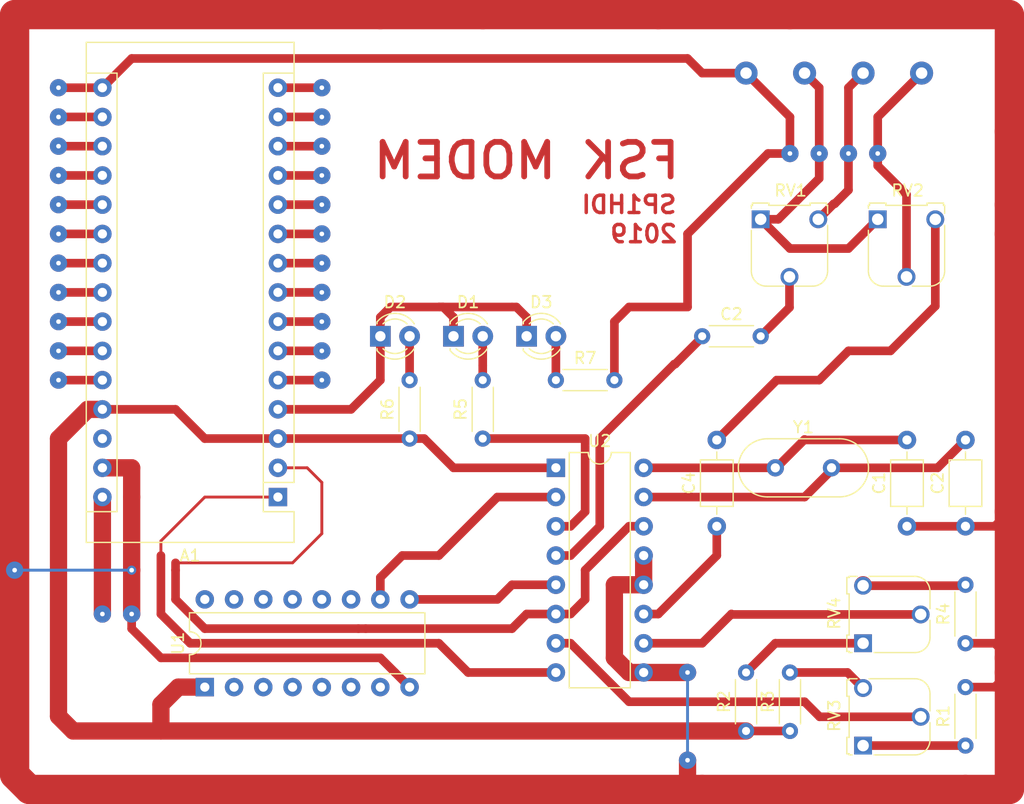
<source format=kicad_pcb>
(kicad_pcb (version 20171130) (host pcbnew "(5.1.4)-1")

  (general
    (thickness 1.6)
    (drawings 0)
    (tracks 466)
    (zones 0)
    (modules 22)
    (nets 1)
  )

  (page A4 portrait)
  (title_block
    (title "FSK MODEM")
    (date 2019-12-12)
    (rev 0.4)
    (company SP1HDI)
    (comment 1 "Wersja poddana procesowi termotransferu")
  )

  (layers
    (0 F.Cu signal)
    (31 B.Cu signal)
    (32 B.Adhes user hide)
    (33 F.Adhes user hide)
    (34 B.Paste user hide)
    (35 F.Paste user hide)
    (36 B.SilkS user hide)
    (37 F.SilkS user)
    (38 B.Mask user hide)
    (39 F.Mask user hide)
    (40 Dwgs.User user hide)
    (41 Cmts.User user hide)
    (42 Eco1.User user hide)
    (43 Eco2.User user hide)
    (44 Edge.Cuts user hide)
    (45 Margin user hide)
    (46 B.CrtYd user hide)
    (47 F.CrtYd user hide)
    (48 B.Fab user hide)
    (49 F.Fab user hide)
  )

  (setup
    (last_trace_width 0.25)
    (user_trace_width 0.75)
    (trace_clearance 0.2)
    (zone_clearance 0.508)
    (zone_45_only no)
    (trace_min 0.2)
    (via_size 0.8)
    (via_drill 0.4)
    (via_min_size 0.4)
    (via_min_drill 0.3)
    (user_via 2 1)
    (uvia_size 0.3)
    (uvia_drill 0.1)
    (uvias_allowed no)
    (uvia_min_size 0.2)
    (uvia_min_drill 0.1)
    (edge_width 0.05)
    (segment_width 0.2)
    (pcb_text_width 0.3)
    (pcb_text_size 1.5 1.5)
    (mod_edge_width 0.12)
    (mod_text_size 1 1)
    (mod_text_width 0.15)
    (pad_size 1.524 1.524)
    (pad_drill 0.762)
    (pad_to_mask_clearance 0.051)
    (solder_mask_min_width 0.25)
    (aux_axis_origin 0 0)
    (visible_elements 7FFFFFFF)
    (pcbplotparams
      (layerselection 0x00000_7fffffff)
      (usegerberextensions false)
      (usegerberattributes false)
      (usegerberadvancedattributes false)
      (creategerberjobfile false)
      (excludeedgelayer true)
      (linewidth 0.100000)
      (plotframeref false)
      (viasonmask true)
      (mode 1)
      (useauxorigin false)
      (hpglpennumber 1)
      (hpglpenspeed 20)
      (hpglpendiameter 15.000000)
      (psnegative false)
      (psa4output false)
      (plotreference true)
      (plotvalue false)
      (plotinvisibletext false)
      (padsonsilk false)
      (subtractmaskfromsilk false)
      (outputformat 4)
      (mirror true)
      (drillshape 0)
      (scaleselection 1)
      (outputdirectory "../elo/"))
  )

  (net 0 "")

  (net_class Default "To jest domyślna klasa połączeń."
    (clearance 0.2)
    (trace_width 0.25)
    (via_dia 0.8)
    (via_drill 0.4)
    (uvia_dia 0.3)
    (uvia_drill 0.1)
  )

  (module Module:Arduino_Nano (layer F.Cu) (tedit 58ACAF70) (tstamp 5DF2BA44)
    (at 88.265 143.51 180)
    (descr "Arduino Nano, http://www.mouser.com/pdfdocs/Gravitech_Arduino_Nano3_0.pdf")
    (tags "Arduino Nano")
    (fp_text reference A1 (at 7.62 -5.08) (layer F.SilkS)
      (effects (font (size 1 1) (thickness 0.15)))
    )
    (fp_text value Arduino_Nano (at 8.89 19.05 90) (layer F.Fab)
      (effects (font (size 1 1) (thickness 0.15)))
    )
    (fp_line (start 16.75 42.16) (end -1.53 42.16) (layer F.CrtYd) (width 0.05))
    (fp_line (start 16.75 42.16) (end 16.75 -4.06) (layer F.CrtYd) (width 0.05))
    (fp_line (start -1.53 -4.06) (end -1.53 42.16) (layer F.CrtYd) (width 0.05))
    (fp_line (start -1.53 -4.06) (end 16.75 -4.06) (layer F.CrtYd) (width 0.05))
    (fp_line (start 16.51 -3.81) (end 16.51 39.37) (layer F.Fab) (width 0.1))
    (fp_line (start 0 -3.81) (end 16.51 -3.81) (layer F.Fab) (width 0.1))
    (fp_line (start -1.27 -2.54) (end 0 -3.81) (layer F.Fab) (width 0.1))
    (fp_line (start -1.27 39.37) (end -1.27 -2.54) (layer F.Fab) (width 0.1))
    (fp_line (start 16.51 39.37) (end -1.27 39.37) (layer F.Fab) (width 0.1))
    (fp_line (start 16.64 -3.94) (end -1.4 -3.94) (layer F.SilkS) (width 0.12))
    (fp_line (start 16.64 39.5) (end 16.64 -3.94) (layer F.SilkS) (width 0.12))
    (fp_line (start -1.4 39.5) (end 16.64 39.5) (layer F.SilkS) (width 0.12))
    (fp_line (start 3.81 41.91) (end 3.81 31.75) (layer F.Fab) (width 0.1))
    (fp_line (start 11.43 41.91) (end 3.81 41.91) (layer F.Fab) (width 0.1))
    (fp_line (start 11.43 31.75) (end 11.43 41.91) (layer F.Fab) (width 0.1))
    (fp_line (start 3.81 31.75) (end 11.43 31.75) (layer F.Fab) (width 0.1))
    (fp_line (start 1.27 36.83) (end -1.4 36.83) (layer F.SilkS) (width 0.12))
    (fp_line (start 1.27 1.27) (end 1.27 36.83) (layer F.SilkS) (width 0.12))
    (fp_line (start 1.27 1.27) (end -1.4 1.27) (layer F.SilkS) (width 0.12))
    (fp_line (start 13.97 36.83) (end 16.64 36.83) (layer F.SilkS) (width 0.12))
    (fp_line (start 13.97 -1.27) (end 13.97 36.83) (layer F.SilkS) (width 0.12))
    (fp_line (start 13.97 -1.27) (end 16.64 -1.27) (layer F.SilkS) (width 0.12))
    (fp_line (start -1.4 -3.94) (end -1.4 -1.27) (layer F.SilkS) (width 0.12))
    (fp_line (start -1.4 1.27) (end -1.4 39.5) (layer F.SilkS) (width 0.12))
    (fp_line (start 1.27 -1.27) (end -1.4 -1.27) (layer F.SilkS) (width 0.12))
    (fp_line (start 1.27 1.27) (end 1.27 -1.27) (layer F.SilkS) (width 0.12))
    (fp_text user %R (at 6.35 19.05 90) (layer F.Fab)
      (effects (font (size 1 1) (thickness 0.15)))
    )
    (pad 16 thru_hole oval (at 15.24 35.56 180) (size 1.6 1.6) (drill 0.8) (layers *.Cu *.Mask))
    (pad 15 thru_hole oval (at 0 35.56 180) (size 1.6 1.6) (drill 0.8) (layers *.Cu *.Mask))
    (pad 30 thru_hole oval (at 15.24 0 180) (size 1.6 1.6) (drill 0.8) (layers *.Cu *.Mask))
    (pad 14 thru_hole oval (at 0 33.02 180) (size 1.6 1.6) (drill 0.8) (layers *.Cu *.Mask))
    (pad 29 thru_hole oval (at 15.24 2.54 180) (size 1.6 1.6) (drill 0.8) (layers *.Cu *.Mask))
    (pad 13 thru_hole oval (at 0 30.48 180) (size 1.6 1.6) (drill 0.8) (layers *.Cu *.Mask))
    (pad 28 thru_hole oval (at 15.24 5.08 180) (size 1.6 1.6) (drill 0.8) (layers *.Cu *.Mask))
    (pad 12 thru_hole oval (at 0 27.94 180) (size 1.6 1.6) (drill 0.8) (layers *.Cu *.Mask))
    (pad 27 thru_hole oval (at 15.24 7.62 180) (size 1.6 1.6) (drill 0.8) (layers *.Cu *.Mask))
    (pad 11 thru_hole oval (at 0 25.4 180) (size 1.6 1.6) (drill 0.8) (layers *.Cu *.Mask))
    (pad 26 thru_hole oval (at 15.24 10.16 180) (size 1.6 1.6) (drill 0.8) (layers *.Cu *.Mask))
    (pad 10 thru_hole oval (at 0 22.86 180) (size 1.6 1.6) (drill 0.8) (layers *.Cu *.Mask))
    (pad 25 thru_hole oval (at 15.24 12.7 180) (size 1.6 1.6) (drill 0.8) (layers *.Cu *.Mask))
    (pad 9 thru_hole oval (at 0 20.32 180) (size 1.6 1.6) (drill 0.8) (layers *.Cu *.Mask))
    (pad 24 thru_hole oval (at 15.24 15.24 180) (size 1.6 1.6) (drill 0.8) (layers *.Cu *.Mask))
    (pad 8 thru_hole oval (at 0 17.78 180) (size 1.6 1.6) (drill 0.8) (layers *.Cu *.Mask))
    (pad 23 thru_hole oval (at 15.24 17.78 180) (size 1.6 1.6) (drill 0.8) (layers *.Cu *.Mask))
    (pad 7 thru_hole oval (at 0 15.24 180) (size 1.6 1.6) (drill 0.8) (layers *.Cu *.Mask))
    (pad 22 thru_hole oval (at 15.24 20.32 180) (size 1.6 1.6) (drill 0.8) (layers *.Cu *.Mask))
    (pad 6 thru_hole oval (at 0 12.7 180) (size 1.6 1.6) (drill 0.8) (layers *.Cu *.Mask))
    (pad 21 thru_hole oval (at 15.24 22.86 180) (size 1.6 1.6) (drill 0.8) (layers *.Cu *.Mask))
    (pad 5 thru_hole oval (at 0 10.16 180) (size 1.6 1.6) (drill 0.8) (layers *.Cu *.Mask))
    (pad 20 thru_hole oval (at 15.24 25.4 180) (size 1.6 1.6) (drill 0.8) (layers *.Cu *.Mask))
    (pad 4 thru_hole oval (at 0 7.62 180) (size 1.6 1.6) (drill 0.8) (layers *.Cu *.Mask))
    (pad 19 thru_hole oval (at 15.24 27.94 180) (size 1.6 1.6) (drill 0.8) (layers *.Cu *.Mask))
    (pad 3 thru_hole oval (at 0 5.08 180) (size 1.6 1.6) (drill 0.8) (layers *.Cu *.Mask))
    (pad 18 thru_hole oval (at 15.24 30.48 180) (size 1.6 1.6) (drill 0.8) (layers *.Cu *.Mask))
    (pad 2 thru_hole oval (at 0 2.54 180) (size 1.6 1.6) (drill 0.8) (layers *.Cu *.Mask))
    (pad 17 thru_hole oval (at 15.24 33.02 180) (size 1.6 1.6) (drill 0.8) (layers *.Cu *.Mask))
    (pad 1 thru_hole rect (at 0 0 180) (size 1.6 1.6) (drill 0.8) (layers *.Cu *.Mask))
    (model ${KISYS3DMOD}/Module.3dshapes/Arduino_Nano_WithMountingHoles.wrl
      (at (xyz 0 0 0))
      (scale (xyz 1 1 1))
      (rotate (xyz 0 0 0))
    )
  )

  (module Resistor_THT:R_Axial_DIN0204_L3.6mm_D1.6mm_P5.08mm_Horizontal (layer F.Cu) (tedit 5AE5139B) (tstamp 5DF3125A)
    (at 132.715 163.83 90)
    (descr "Resistor, Axial_DIN0204 series, Axial, Horizontal, pin pitch=5.08mm, 0.167W, length*diameter=3.6*1.6mm^2, http://cdn-reichelt.de/documents/datenblatt/B400/1_4W%23YAG.pdf")
    (tags "Resistor Axial_DIN0204 series Axial Horizontal pin pitch 5.08mm 0.167W length 3.6mm diameter 1.6mm")
    (fp_text reference R3 (at 2.54 -1.92 90) (layer F.SilkS)
      (effects (font (size 1 1) (thickness 0.15)))
    )
    (fp_text value R_Axial_DIN0204_L3.6mm_D1.6mm_P5.08mm_Horizontal (at 2.54 1.92 90) (layer F.Fab)
      (effects (font (size 1 1) (thickness 0.15)))
    )
    (fp_text user %R (at 2.54 0 90) (layer F.Fab)
      (effects (font (size 0.72 0.72) (thickness 0.108)))
    )
    (fp_line (start 6.03 -1.05) (end -0.95 -1.05) (layer F.CrtYd) (width 0.05))
    (fp_line (start 6.03 1.05) (end 6.03 -1.05) (layer F.CrtYd) (width 0.05))
    (fp_line (start -0.95 1.05) (end 6.03 1.05) (layer F.CrtYd) (width 0.05))
    (fp_line (start -0.95 -1.05) (end -0.95 1.05) (layer F.CrtYd) (width 0.05))
    (fp_line (start 0.62 0.92) (end 4.46 0.92) (layer F.SilkS) (width 0.12))
    (fp_line (start 0.62 -0.92) (end 4.46 -0.92) (layer F.SilkS) (width 0.12))
    (fp_line (start 5.08 0) (end 4.34 0) (layer F.Fab) (width 0.1))
    (fp_line (start 0 0) (end 0.74 0) (layer F.Fab) (width 0.1))
    (fp_line (start 4.34 -0.8) (end 0.74 -0.8) (layer F.Fab) (width 0.1))
    (fp_line (start 4.34 0.8) (end 4.34 -0.8) (layer F.Fab) (width 0.1))
    (fp_line (start 0.74 0.8) (end 4.34 0.8) (layer F.Fab) (width 0.1))
    (fp_line (start 0.74 -0.8) (end 0.74 0.8) (layer F.Fab) (width 0.1))
    (pad 2 thru_hole oval (at 5.08 0 90) (size 1.4 1.4) (drill 0.7) (layers *.Cu *.Mask))
    (pad 1 thru_hole circle (at 0 0 90) (size 1.4 1.4) (drill 0.7) (layers *.Cu *.Mask))
    (model ${KISYS3DMOD}/Resistor_THT.3dshapes/R_Axial_DIN0204_L3.6mm_D1.6mm_P5.08mm_Horizontal.wrl
      (at (xyz 0 0 0))
      (scale (xyz 1 1 1))
      (rotate (xyz 0 0 0))
    )
  )

  (module Resistor_THT:R_Axial_DIN0204_L3.6mm_D1.6mm_P5.08mm_Horizontal (layer F.Cu) (tedit 5AE5139B) (tstamp 5DF31211)
    (at 128.905 163.83 90)
    (descr "Resistor, Axial_DIN0204 series, Axial, Horizontal, pin pitch=5.08mm, 0.167W, length*diameter=3.6*1.6mm^2, http://cdn-reichelt.de/documents/datenblatt/B400/1_4W%23YAG.pdf")
    (tags "Resistor Axial_DIN0204 series Axial Horizontal pin pitch 5.08mm 0.167W length 3.6mm diameter 1.6mm")
    (fp_text reference R2 (at 2.54 -1.92 90) (layer F.SilkS)
      (effects (font (size 1 1) (thickness 0.15)))
    )
    (fp_text value R_Axial_DIN0204_L3.6mm_D1.6mm_P5.08mm_Horizontal (at 2.54 1.92 90) (layer F.Fab)
      (effects (font (size 1 1) (thickness 0.15)))
    )
    (fp_text user %R (at 2.54 0 90) (layer F.Fab)
      (effects (font (size 0.72 0.72) (thickness 0.108)))
    )
    (fp_line (start 6.03 -1.05) (end -0.95 -1.05) (layer F.CrtYd) (width 0.05))
    (fp_line (start 6.03 1.05) (end 6.03 -1.05) (layer F.CrtYd) (width 0.05))
    (fp_line (start -0.95 1.05) (end 6.03 1.05) (layer F.CrtYd) (width 0.05))
    (fp_line (start -0.95 -1.05) (end -0.95 1.05) (layer F.CrtYd) (width 0.05))
    (fp_line (start 0.62 0.92) (end 4.46 0.92) (layer F.SilkS) (width 0.12))
    (fp_line (start 0.62 -0.92) (end 4.46 -0.92) (layer F.SilkS) (width 0.12))
    (fp_line (start 5.08 0) (end 4.34 0) (layer F.Fab) (width 0.1))
    (fp_line (start 0 0) (end 0.74 0) (layer F.Fab) (width 0.1))
    (fp_line (start 4.34 -0.8) (end 0.74 -0.8) (layer F.Fab) (width 0.1))
    (fp_line (start 4.34 0.8) (end 4.34 -0.8) (layer F.Fab) (width 0.1))
    (fp_line (start 0.74 0.8) (end 4.34 0.8) (layer F.Fab) (width 0.1))
    (fp_line (start 0.74 -0.8) (end 0.74 0.8) (layer F.Fab) (width 0.1))
    (pad 2 thru_hole oval (at 5.08 0 90) (size 1.4 1.4) (drill 0.7) (layers *.Cu *.Mask))
    (pad 1 thru_hole circle (at 0 0 90) (size 1.4 1.4) (drill 0.7) (layers *.Cu *.Mask))
    (model ${KISYS3DMOD}/Resistor_THT.3dshapes/R_Axial_DIN0204_L3.6mm_D1.6mm_P5.08mm_Horizontal.wrl
      (at (xyz 0 0 0))
      (scale (xyz 1 1 1))
      (rotate (xyz 0 0 0))
    )
  )

  (module Capacitor_THT:C_Axial_L3.8mm_D2.6mm_P7.50mm_Horizontal (layer F.Cu) (tedit 5AE50EF0) (tstamp 5DF3112E)
    (at 126.365 146.05 90)
    (descr "C, Axial series, Axial, Horizontal, pin pitch=7.5mm, , length*diameter=3.8*2.6mm^2, http://www.vishay.com/docs/45231/arseries.pdf")
    (tags "C Axial series Axial Horizontal pin pitch 7.5mm  length 3.8mm diameter 2.6mm")
    (fp_text reference C4 (at 3.75 -2.42 90) (layer F.SilkS)
      (effects (font (size 1 1) (thickness 0.15)))
    )
    (fp_text value C_Axial_L3.8mm_D2.6mm_P7.50mm_Horizontal (at 3.75 2.42 90) (layer F.Fab)
      (effects (font (size 1 1) (thickness 0.15)))
    )
    (fp_text user %R (at 3.75 0 90) (layer F.Fab)
      (effects (font (size 0.76 0.76) (thickness 0.114)))
    )
    (fp_line (start 8.55 -1.55) (end -1.05 -1.55) (layer F.CrtYd) (width 0.05))
    (fp_line (start 8.55 1.55) (end 8.55 -1.55) (layer F.CrtYd) (width 0.05))
    (fp_line (start -1.05 1.55) (end 8.55 1.55) (layer F.CrtYd) (width 0.05))
    (fp_line (start -1.05 -1.55) (end -1.05 1.55) (layer F.CrtYd) (width 0.05))
    (fp_line (start 6.46 0) (end 5.77 0) (layer F.SilkS) (width 0.12))
    (fp_line (start 1.04 0) (end 1.73 0) (layer F.SilkS) (width 0.12))
    (fp_line (start 5.77 -1.42) (end 1.73 -1.42) (layer F.SilkS) (width 0.12))
    (fp_line (start 5.77 1.42) (end 5.77 -1.42) (layer F.SilkS) (width 0.12))
    (fp_line (start 1.73 1.42) (end 5.77 1.42) (layer F.SilkS) (width 0.12))
    (fp_line (start 1.73 -1.42) (end 1.73 1.42) (layer F.SilkS) (width 0.12))
    (fp_line (start 7.5 0) (end 5.65 0) (layer F.Fab) (width 0.1))
    (fp_line (start 0 0) (end 1.85 0) (layer F.Fab) (width 0.1))
    (fp_line (start 5.65 -1.3) (end 1.85 -1.3) (layer F.Fab) (width 0.1))
    (fp_line (start 5.65 1.3) (end 5.65 -1.3) (layer F.Fab) (width 0.1))
    (fp_line (start 1.85 1.3) (end 5.65 1.3) (layer F.Fab) (width 0.1))
    (fp_line (start 1.85 -1.3) (end 1.85 1.3) (layer F.Fab) (width 0.1))
    (pad 2 thru_hole oval (at 7.5 0 90) (size 1.6 1.6) (drill 0.8) (layers *.Cu *.Mask))
    (pad 1 thru_hole circle (at 0 0 90) (size 1.6 1.6) (drill 0.8) (layers *.Cu *.Mask))
    (model ${KISYS3DMOD}/Capacitor_THT.3dshapes/C_Axial_L3.8mm_D2.6mm_P7.50mm_Horizontal.wrl
      (at (xyz 0 0 0))
      (scale (xyz 1 1 1))
      (rotate (xyz 0 0 0))
    )
  )

  (module Capacitor_THT:C_Axial_L3.8mm_D2.6mm_P7.50mm_Horizontal (layer F.Cu) (tedit 5AE50EF0) (tstamp 5DF30E86)
    (at 147.955 146.05 90)
    (descr "C, Axial series, Axial, Horizontal, pin pitch=7.5mm, , length*diameter=3.8*2.6mm^2, http://www.vishay.com/docs/45231/arseries.pdf")
    (tags "C Axial series Axial Horizontal pin pitch 7.5mm  length 3.8mm diameter 2.6mm")
    (fp_text reference C2 (at 3.75 -2.42 90) (layer F.SilkS)
      (effects (font (size 1 1) (thickness 0.15)))
    )
    (fp_text value C_Axial_L3.8mm_D2.6mm_P7.50mm_Horizontal (at 3.75 2.42 90) (layer F.Fab)
      (effects (font (size 1 1) (thickness 0.15)))
    )
    (fp_text user %R (at 3.75 0 90) (layer F.Fab)
      (effects (font (size 0.76 0.76) (thickness 0.114)))
    )
    (fp_line (start 8.55 -1.55) (end -1.05 -1.55) (layer F.CrtYd) (width 0.05))
    (fp_line (start 8.55 1.55) (end 8.55 -1.55) (layer F.CrtYd) (width 0.05))
    (fp_line (start -1.05 1.55) (end 8.55 1.55) (layer F.CrtYd) (width 0.05))
    (fp_line (start -1.05 -1.55) (end -1.05 1.55) (layer F.CrtYd) (width 0.05))
    (fp_line (start 6.46 0) (end 5.77 0) (layer F.SilkS) (width 0.12))
    (fp_line (start 1.04 0) (end 1.73 0) (layer F.SilkS) (width 0.12))
    (fp_line (start 5.77 -1.42) (end 1.73 -1.42) (layer F.SilkS) (width 0.12))
    (fp_line (start 5.77 1.42) (end 5.77 -1.42) (layer F.SilkS) (width 0.12))
    (fp_line (start 1.73 1.42) (end 5.77 1.42) (layer F.SilkS) (width 0.12))
    (fp_line (start 1.73 -1.42) (end 1.73 1.42) (layer F.SilkS) (width 0.12))
    (fp_line (start 7.5 0) (end 5.65 0) (layer F.Fab) (width 0.1))
    (fp_line (start 0 0) (end 1.85 0) (layer F.Fab) (width 0.1))
    (fp_line (start 5.65 -1.3) (end 1.85 -1.3) (layer F.Fab) (width 0.1))
    (fp_line (start 5.65 1.3) (end 5.65 -1.3) (layer F.Fab) (width 0.1))
    (fp_line (start 1.85 1.3) (end 5.65 1.3) (layer F.Fab) (width 0.1))
    (fp_line (start 1.85 -1.3) (end 1.85 1.3) (layer F.Fab) (width 0.1))
    (pad 2 thru_hole oval (at 7.5 0 90) (size 1.6 1.6) (drill 0.8) (layers *.Cu *.Mask))
    (pad 1 thru_hole circle (at 0 0 90) (size 1.6 1.6) (drill 0.8) (layers *.Cu *.Mask))
    (model ${KISYS3DMOD}/Capacitor_THT.3dshapes/C_Axial_L3.8mm_D2.6mm_P7.50mm_Horizontal.wrl
      (at (xyz 0 0 0))
      (scale (xyz 1 1 1))
      (rotate (xyz 0 0 0))
    )
  )

  (module Capacitor_THT:C_Axial_L3.8mm_D2.6mm_P7.50mm_Horizontal (layer F.Cu) (tedit 5AE50EF0) (tstamp 5DF30E2D)
    (at 142.875 146.05 90)
    (descr "C, Axial series, Axial, Horizontal, pin pitch=7.5mm, , length*diameter=3.8*2.6mm^2, http://www.vishay.com/docs/45231/arseries.pdf")
    (tags "C Axial series Axial Horizontal pin pitch 7.5mm  length 3.8mm diameter 2.6mm")
    (fp_text reference C1 (at 3.75 -2.42 90) (layer F.SilkS)
      (effects (font (size 1 1) (thickness 0.15)))
    )
    (fp_text value C_Axial_L3.8mm_D2.6mm_P7.50mm_Horizontal (at 3.75 2.42 90) (layer F.Fab)
      (effects (font (size 1 1) (thickness 0.15)))
    )
    (fp_text user %R (at 3.75 0 90) (layer F.Fab)
      (effects (font (size 0.76 0.76) (thickness 0.114)))
    )
    (fp_line (start 8.55 -1.55) (end -1.05 -1.55) (layer F.CrtYd) (width 0.05))
    (fp_line (start 8.55 1.55) (end 8.55 -1.55) (layer F.CrtYd) (width 0.05))
    (fp_line (start -1.05 1.55) (end 8.55 1.55) (layer F.CrtYd) (width 0.05))
    (fp_line (start -1.05 -1.55) (end -1.05 1.55) (layer F.CrtYd) (width 0.05))
    (fp_line (start 6.46 0) (end 5.77 0) (layer F.SilkS) (width 0.12))
    (fp_line (start 1.04 0) (end 1.73 0) (layer F.SilkS) (width 0.12))
    (fp_line (start 5.77 -1.42) (end 1.73 -1.42) (layer F.SilkS) (width 0.12))
    (fp_line (start 5.77 1.42) (end 5.77 -1.42) (layer F.SilkS) (width 0.12))
    (fp_line (start 1.73 1.42) (end 5.77 1.42) (layer F.SilkS) (width 0.12))
    (fp_line (start 1.73 -1.42) (end 1.73 1.42) (layer F.SilkS) (width 0.12))
    (fp_line (start 7.5 0) (end 5.65 0) (layer F.Fab) (width 0.1))
    (fp_line (start 0 0) (end 1.85 0) (layer F.Fab) (width 0.1))
    (fp_line (start 5.65 -1.3) (end 1.85 -1.3) (layer F.Fab) (width 0.1))
    (fp_line (start 5.65 1.3) (end 5.65 -1.3) (layer F.Fab) (width 0.1))
    (fp_line (start 1.85 1.3) (end 5.65 1.3) (layer F.Fab) (width 0.1))
    (fp_line (start 1.85 -1.3) (end 1.85 1.3) (layer F.Fab) (width 0.1))
    (pad 2 thru_hole oval (at 7.5 0 90) (size 1.6 1.6) (drill 0.8) (layers *.Cu *.Mask))
    (pad 1 thru_hole circle (at 0 0 90) (size 1.6 1.6) (drill 0.8) (layers *.Cu *.Mask))
    (model ${KISYS3DMOD}/Capacitor_THT.3dshapes/C_Axial_L3.8mm_D2.6mm_P7.50mm_Horizontal.wrl
      (at (xyz 0 0 0))
      (scale (xyz 1 1 1))
      (rotate (xyz 0 0 0))
    )
  )

  (module Resistor_THT:R_Axial_DIN0204_L3.6mm_D1.6mm_P5.08mm_Horizontal (layer F.Cu) (tedit 5AE5139B) (tstamp 5DF2EC9C)
    (at 106.045 138.43 90)
    (descr "Resistor, Axial_DIN0204 series, Axial, Horizontal, pin pitch=5.08mm, 0.167W, length*diameter=3.6*1.6mm^2, http://cdn-reichelt.de/documents/datenblatt/B400/1_4W%23YAG.pdf")
    (tags "Resistor Axial_DIN0204 series Axial Horizontal pin pitch 5.08mm 0.167W length 3.6mm diameter 1.6mm")
    (fp_text reference R5 (at 2.54 -1.92 90) (layer F.SilkS)
      (effects (font (size 1 1) (thickness 0.15)))
    )
    (fp_text value R_Axial_DIN0204_L3.6mm_D1.6mm_P5.08mm_Horizontal (at 2.54 1.92 90) (layer F.Fab)
      (effects (font (size 1 1) (thickness 0.15)))
    )
    (fp_text user %R (at 2.54 0 90) (layer F.Fab)
      (effects (font (size 0.72 0.72) (thickness 0.108)))
    )
    (fp_line (start 6.03 -1.05) (end -0.95 -1.05) (layer F.CrtYd) (width 0.05))
    (fp_line (start 6.03 1.05) (end 6.03 -1.05) (layer F.CrtYd) (width 0.05))
    (fp_line (start -0.95 1.05) (end 6.03 1.05) (layer F.CrtYd) (width 0.05))
    (fp_line (start -0.95 -1.05) (end -0.95 1.05) (layer F.CrtYd) (width 0.05))
    (fp_line (start 0.62 0.92) (end 4.46 0.92) (layer F.SilkS) (width 0.12))
    (fp_line (start 0.62 -0.92) (end 4.46 -0.92) (layer F.SilkS) (width 0.12))
    (fp_line (start 5.08 0) (end 4.34 0) (layer F.Fab) (width 0.1))
    (fp_line (start 0 0) (end 0.74 0) (layer F.Fab) (width 0.1))
    (fp_line (start 4.34 -0.8) (end 0.74 -0.8) (layer F.Fab) (width 0.1))
    (fp_line (start 4.34 0.8) (end 4.34 -0.8) (layer F.Fab) (width 0.1))
    (fp_line (start 0.74 0.8) (end 4.34 0.8) (layer F.Fab) (width 0.1))
    (fp_line (start 0.74 -0.8) (end 0.74 0.8) (layer F.Fab) (width 0.1))
    (pad 2 thru_hole oval (at 5.08 0 90) (size 1.4 1.4) (drill 0.7) (layers *.Cu *.Mask))
    (pad 1 thru_hole circle (at 0 0 90) (size 1.4 1.4) (drill 0.7) (layers *.Cu *.Mask))
    (model ${KISYS3DMOD}/Resistor_THT.3dshapes/R_Axial_DIN0204_L3.6mm_D1.6mm_P5.08mm_Horizontal.wrl
      (at (xyz 0 0 0))
      (scale (xyz 1 1 1))
      (rotate (xyz 0 0 0))
    )
  )

  (module Resistor_THT:R_Axial_DIN0204_L3.6mm_D1.6mm_P5.08mm_Horizontal (layer F.Cu) (tedit 5AE5139B) (tstamp 5DF2EC53)
    (at 99.695 138.43 90)
    (descr "Resistor, Axial_DIN0204 series, Axial, Horizontal, pin pitch=5.08mm, 0.167W, length*diameter=3.6*1.6mm^2, http://cdn-reichelt.de/documents/datenblatt/B400/1_4W%23YAG.pdf")
    (tags "Resistor Axial_DIN0204 series Axial Horizontal pin pitch 5.08mm 0.167W length 3.6mm diameter 1.6mm")
    (fp_text reference R6 (at 2.54 -1.92 90) (layer F.SilkS)
      (effects (font (size 1 1) (thickness 0.15)))
    )
    (fp_text value R_Axial_DIN0204_L3.6mm_D1.6mm_P5.08mm_Horizontal (at 2.54 1.92 90) (layer F.Fab)
      (effects (font (size 1 1) (thickness 0.15)))
    )
    (fp_text user %R (at 2.54 0 90) (layer F.Fab)
      (effects (font (size 0.72 0.72) (thickness 0.108)))
    )
    (fp_line (start 6.03 -1.05) (end -0.95 -1.05) (layer F.CrtYd) (width 0.05))
    (fp_line (start 6.03 1.05) (end 6.03 -1.05) (layer F.CrtYd) (width 0.05))
    (fp_line (start -0.95 1.05) (end 6.03 1.05) (layer F.CrtYd) (width 0.05))
    (fp_line (start -0.95 -1.05) (end -0.95 1.05) (layer F.CrtYd) (width 0.05))
    (fp_line (start 0.62 0.92) (end 4.46 0.92) (layer F.SilkS) (width 0.12))
    (fp_line (start 0.62 -0.92) (end 4.46 -0.92) (layer F.SilkS) (width 0.12))
    (fp_line (start 5.08 0) (end 4.34 0) (layer F.Fab) (width 0.1))
    (fp_line (start 0 0) (end 0.74 0) (layer F.Fab) (width 0.1))
    (fp_line (start 4.34 -0.8) (end 0.74 -0.8) (layer F.Fab) (width 0.1))
    (fp_line (start 4.34 0.8) (end 4.34 -0.8) (layer F.Fab) (width 0.1))
    (fp_line (start 0.74 0.8) (end 4.34 0.8) (layer F.Fab) (width 0.1))
    (fp_line (start 0.74 -0.8) (end 0.74 0.8) (layer F.Fab) (width 0.1))
    (pad 2 thru_hole oval (at 5.08 0 90) (size 1.4 1.4) (drill 0.7) (layers *.Cu *.Mask))
    (pad 1 thru_hole circle (at 0 0 90) (size 1.4 1.4) (drill 0.7) (layers *.Cu *.Mask))
    (model ${KISYS3DMOD}/Resistor_THT.3dshapes/R_Axial_DIN0204_L3.6mm_D1.6mm_P5.08mm_Horizontal.wrl
      (at (xyz 0 0 0))
      (scale (xyz 1 1 1))
      (rotate (xyz 0 0 0))
    )
  )

  (module Resistor_THT:R_Axial_DIN0204_L3.6mm_D1.6mm_P5.08mm_Horizontal (layer F.Cu) (tedit 5AE5139B) (tstamp 5DF2EC0A)
    (at 112.395 133.35)
    (descr "Resistor, Axial_DIN0204 series, Axial, Horizontal, pin pitch=5.08mm, 0.167W, length*diameter=3.6*1.6mm^2, http://cdn-reichelt.de/documents/datenblatt/B400/1_4W%23YAG.pdf")
    (tags "Resistor Axial_DIN0204 series Axial Horizontal pin pitch 5.08mm 0.167W length 3.6mm diameter 1.6mm")
    (fp_text reference R7 (at 2.54 -1.92) (layer F.SilkS)
      (effects (font (size 1 1) (thickness 0.15)))
    )
    (fp_text value R_Axial_DIN0204_L3.6mm_D1.6mm_P5.08mm_Horizontal (at 2.54 1.92) (layer F.Fab)
      (effects (font (size 1 1) (thickness 0.15)))
    )
    (fp_text user %R (at 2.54 0) (layer F.Fab)
      (effects (font (size 0.72 0.72) (thickness 0.108)))
    )
    (fp_line (start 6.03 -1.05) (end -0.95 -1.05) (layer F.CrtYd) (width 0.05))
    (fp_line (start 6.03 1.05) (end 6.03 -1.05) (layer F.CrtYd) (width 0.05))
    (fp_line (start -0.95 1.05) (end 6.03 1.05) (layer F.CrtYd) (width 0.05))
    (fp_line (start -0.95 -1.05) (end -0.95 1.05) (layer F.CrtYd) (width 0.05))
    (fp_line (start 0.62 0.92) (end 4.46 0.92) (layer F.SilkS) (width 0.12))
    (fp_line (start 0.62 -0.92) (end 4.46 -0.92) (layer F.SilkS) (width 0.12))
    (fp_line (start 5.08 0) (end 4.34 0) (layer F.Fab) (width 0.1))
    (fp_line (start 0 0) (end 0.74 0) (layer F.Fab) (width 0.1))
    (fp_line (start 4.34 -0.8) (end 0.74 -0.8) (layer F.Fab) (width 0.1))
    (fp_line (start 4.34 0.8) (end 4.34 -0.8) (layer F.Fab) (width 0.1))
    (fp_line (start 0.74 0.8) (end 4.34 0.8) (layer F.Fab) (width 0.1))
    (fp_line (start 0.74 -0.8) (end 0.74 0.8) (layer F.Fab) (width 0.1))
    (pad 2 thru_hole oval (at 5.08 0) (size 1.4 1.4) (drill 0.7) (layers *.Cu *.Mask))
    (pad 1 thru_hole circle (at 0 0) (size 1.4 1.4) (drill 0.7) (layers *.Cu *.Mask))
    (model ${KISYS3DMOD}/Resistor_THT.3dshapes/R_Axial_DIN0204_L3.6mm_D1.6mm_P5.08mm_Horizontal.wrl
      (at (xyz 0 0 0))
      (scale (xyz 1 1 1))
      (rotate (xyz 0 0 0))
    )
  )

  (module Resistor_THT:R_Axial_DIN0204_L3.6mm_D1.6mm_P5.08mm_Horizontal (layer F.Cu) (tedit 5AE5139B) (tstamp 5DF2EBAF)
    (at 125.095 129.54)
    (descr "Resistor, Axial_DIN0204 series, Axial, Horizontal, pin pitch=5.08mm, 0.167W, length*diameter=3.6*1.6mm^2, http://cdn-reichelt.de/documents/datenblatt/B400/1_4W%23YAG.pdf")
    (tags "Resistor Axial_DIN0204 series Axial Horizontal pin pitch 5.08mm 0.167W length 3.6mm diameter 1.6mm")
    (fp_text reference C2 (at 2.54 -1.92) (layer F.SilkS)
      (effects (font (size 1 1) (thickness 0.15)))
    )
    (fp_text value R_Axial_DIN0204_L3.6mm_D1.6mm_P5.08mm_Horizontal (at 2.54 1.92) (layer F.Fab)
      (effects (font (size 1 1) (thickness 0.15)))
    )
    (fp_text user %R (at 2.54 0) (layer F.Fab)
      (effects (font (size 0.72 0.72) (thickness 0.108)))
    )
    (fp_line (start 6.03 -1.05) (end -0.95 -1.05) (layer F.CrtYd) (width 0.05))
    (fp_line (start 6.03 1.05) (end 6.03 -1.05) (layer F.CrtYd) (width 0.05))
    (fp_line (start -0.95 1.05) (end 6.03 1.05) (layer F.CrtYd) (width 0.05))
    (fp_line (start -0.95 -1.05) (end -0.95 1.05) (layer F.CrtYd) (width 0.05))
    (fp_line (start 0.62 0.92) (end 4.46 0.92) (layer F.SilkS) (width 0.12))
    (fp_line (start 0.62 -0.92) (end 4.46 -0.92) (layer F.SilkS) (width 0.12))
    (fp_line (start 5.08 0) (end 4.34 0) (layer F.Fab) (width 0.1))
    (fp_line (start 0 0) (end 0.74 0) (layer F.Fab) (width 0.1))
    (fp_line (start 4.34 -0.8) (end 0.74 -0.8) (layer F.Fab) (width 0.1))
    (fp_line (start 4.34 0.8) (end 4.34 -0.8) (layer F.Fab) (width 0.1))
    (fp_line (start 0.74 0.8) (end 4.34 0.8) (layer F.Fab) (width 0.1))
    (fp_line (start 0.74 -0.8) (end 0.74 0.8) (layer F.Fab) (width 0.1))
    (pad 2 thru_hole oval (at 5.08 0) (size 1.4 1.4) (drill 0.7) (layers *.Cu *.Mask))
    (pad 1 thru_hole circle (at 0 0) (size 1.4 1.4) (drill 0.7) (layers *.Cu *.Mask))
    (model ${KISYS3DMOD}/Resistor_THT.3dshapes/R_Axial_DIN0204_L3.6mm_D1.6mm_P5.08mm_Horizontal.wrl
      (at (xyz 0 0 0))
      (scale (xyz 1 1 1))
      (rotate (xyz 0 0 0))
    )
  )

  (module Resistor_THT:R_Axial_DIN0204_L3.6mm_D1.6mm_P5.08mm_Horizontal (layer F.Cu) (tedit 5AE5139B) (tstamp 5DF2EA6E)
    (at 147.955 165.1 90)
    (descr "Resistor, Axial_DIN0204 series, Axial, Horizontal, pin pitch=5.08mm, 0.167W, length*diameter=3.6*1.6mm^2, http://cdn-reichelt.de/documents/datenblatt/B400/1_4W%23YAG.pdf")
    (tags "Resistor Axial_DIN0204 series Axial Horizontal pin pitch 5.08mm 0.167W length 3.6mm diameter 1.6mm")
    (fp_text reference R1 (at 2.54 -1.92 90) (layer F.SilkS)
      (effects (font (size 1 1) (thickness 0.15)))
    )
    (fp_text value R_Axial_DIN0204_L3.6mm_D1.6mm_P5.08mm_Horizontal (at 2.54 1.92 90) (layer F.Fab)
      (effects (font (size 1 1) (thickness 0.15)))
    )
    (fp_text user %R (at 2.54 0 90) (layer F.Fab)
      (effects (font (size 0.72 0.72) (thickness 0.108)))
    )
    (fp_line (start 6.03 -1.05) (end -0.95 -1.05) (layer F.CrtYd) (width 0.05))
    (fp_line (start 6.03 1.05) (end 6.03 -1.05) (layer F.CrtYd) (width 0.05))
    (fp_line (start -0.95 1.05) (end 6.03 1.05) (layer F.CrtYd) (width 0.05))
    (fp_line (start -0.95 -1.05) (end -0.95 1.05) (layer F.CrtYd) (width 0.05))
    (fp_line (start 0.62 0.92) (end 4.46 0.92) (layer F.SilkS) (width 0.12))
    (fp_line (start 0.62 -0.92) (end 4.46 -0.92) (layer F.SilkS) (width 0.12))
    (fp_line (start 5.08 0) (end 4.34 0) (layer F.Fab) (width 0.1))
    (fp_line (start 0 0) (end 0.74 0) (layer F.Fab) (width 0.1))
    (fp_line (start 4.34 -0.8) (end 0.74 -0.8) (layer F.Fab) (width 0.1))
    (fp_line (start 4.34 0.8) (end 4.34 -0.8) (layer F.Fab) (width 0.1))
    (fp_line (start 0.74 0.8) (end 4.34 0.8) (layer F.Fab) (width 0.1))
    (fp_line (start 0.74 -0.8) (end 0.74 0.8) (layer F.Fab) (width 0.1))
    (pad 2 thru_hole oval (at 5.08 0 90) (size 1.4 1.4) (drill 0.7) (layers *.Cu *.Mask))
    (pad 1 thru_hole circle (at 0 0 90) (size 1.4 1.4) (drill 0.7) (layers *.Cu *.Mask))
    (model ${KISYS3DMOD}/Resistor_THT.3dshapes/R_Axial_DIN0204_L3.6mm_D1.6mm_P5.08mm_Horizontal.wrl
      (at (xyz 0 0 0))
      (scale (xyz 1 1 1))
      (rotate (xyz 0 0 0))
    )
  )

  (module Resistor_THT:R_Axial_DIN0204_L3.6mm_D1.6mm_P5.08mm_Horizontal (layer F.Cu) (tedit 5AE5139B) (tstamp 5DF2EA13)
    (at 147.955 156.21 90)
    (descr "Resistor, Axial_DIN0204 series, Axial, Horizontal, pin pitch=5.08mm, 0.167W, length*diameter=3.6*1.6mm^2, http://cdn-reichelt.de/documents/datenblatt/B400/1_4W%23YAG.pdf")
    (tags "Resistor Axial_DIN0204 series Axial Horizontal pin pitch 5.08mm 0.167W length 3.6mm diameter 1.6mm")
    (fp_text reference R4 (at 2.54 -1.92 90) (layer F.SilkS)
      (effects (font (size 1 1) (thickness 0.15)))
    )
    (fp_text value R_Axial_DIN0204_L3.6mm_D1.6mm_P5.08mm_Horizontal (at 2.54 1.92 90) (layer F.Fab)
      (effects (font (size 1 1) (thickness 0.15)))
    )
    (fp_text user %R (at 2.54 0 90) (layer F.Fab)
      (effects (font (size 0.72 0.72) (thickness 0.108)))
    )
    (fp_line (start 6.03 -1.05) (end -0.95 -1.05) (layer F.CrtYd) (width 0.05))
    (fp_line (start 6.03 1.05) (end 6.03 -1.05) (layer F.CrtYd) (width 0.05))
    (fp_line (start -0.95 1.05) (end 6.03 1.05) (layer F.CrtYd) (width 0.05))
    (fp_line (start -0.95 -1.05) (end -0.95 1.05) (layer F.CrtYd) (width 0.05))
    (fp_line (start 0.62 0.92) (end 4.46 0.92) (layer F.SilkS) (width 0.12))
    (fp_line (start 0.62 -0.92) (end 4.46 -0.92) (layer F.SilkS) (width 0.12))
    (fp_line (start 5.08 0) (end 4.34 0) (layer F.Fab) (width 0.1))
    (fp_line (start 0 0) (end 0.74 0) (layer F.Fab) (width 0.1))
    (fp_line (start 4.34 -0.8) (end 0.74 -0.8) (layer F.Fab) (width 0.1))
    (fp_line (start 4.34 0.8) (end 4.34 -0.8) (layer F.Fab) (width 0.1))
    (fp_line (start 0.74 0.8) (end 4.34 0.8) (layer F.Fab) (width 0.1))
    (fp_line (start 0.74 -0.8) (end 0.74 0.8) (layer F.Fab) (width 0.1))
    (pad 2 thru_hole oval (at 5.08 0 90) (size 1.4 1.4) (drill 0.7) (layers *.Cu *.Mask))
    (pad 1 thru_hole circle (at 0 0 90) (size 1.4 1.4) (drill 0.7) (layers *.Cu *.Mask))
    (model ${KISYS3DMOD}/Resistor_THT.3dshapes/R_Axial_DIN0204_L3.6mm_D1.6mm_P5.08mm_Horizontal.wrl
      (at (xyz 0 0 0))
      (scale (xyz 1 1 1))
      (rotate (xyz 0 0 0))
    )
  )

  (module Crystal:Crystal_HC49-U_Vertical (layer F.Cu) (tedit 5A1AD3B8) (tstamp 5DF2E43B)
    (at 131.445 140.97)
    (descr "Crystal THT HC-49/U http://5hertz.com/pdfs/04404_D.pdf")
    (tags "THT crystalHC-49/U")
    (fp_text reference Y1 (at 2.44 -3.525) (layer F.SilkS)
      (effects (font (size 1 1) (thickness 0.15)))
    )
    (fp_text value Crystal_HC49-U_Vertical (at 2.44 3.525) (layer F.Fab)
      (effects (font (size 1 1) (thickness 0.15)))
    )
    (fp_arc (start 5.565 0) (end 5.565 -2.525) (angle 180) (layer F.SilkS) (width 0.12))
    (fp_arc (start -0.685 0) (end -0.685 -2.525) (angle -180) (layer F.SilkS) (width 0.12))
    (fp_arc (start 5.44 0) (end 5.44 -2) (angle 180) (layer F.Fab) (width 0.1))
    (fp_arc (start -0.56 0) (end -0.56 -2) (angle -180) (layer F.Fab) (width 0.1))
    (fp_arc (start 5.565 0) (end 5.565 -2.325) (angle 180) (layer F.Fab) (width 0.1))
    (fp_arc (start -0.685 0) (end -0.685 -2.325) (angle -180) (layer F.Fab) (width 0.1))
    (fp_line (start 8.4 -2.8) (end -3.5 -2.8) (layer F.CrtYd) (width 0.05))
    (fp_line (start 8.4 2.8) (end 8.4 -2.8) (layer F.CrtYd) (width 0.05))
    (fp_line (start -3.5 2.8) (end 8.4 2.8) (layer F.CrtYd) (width 0.05))
    (fp_line (start -3.5 -2.8) (end -3.5 2.8) (layer F.CrtYd) (width 0.05))
    (fp_line (start -0.685 2.525) (end 5.565 2.525) (layer F.SilkS) (width 0.12))
    (fp_line (start -0.685 -2.525) (end 5.565 -2.525) (layer F.SilkS) (width 0.12))
    (fp_line (start -0.56 2) (end 5.44 2) (layer F.Fab) (width 0.1))
    (fp_line (start -0.56 -2) (end 5.44 -2) (layer F.Fab) (width 0.1))
    (fp_line (start -0.685 2.325) (end 5.565 2.325) (layer F.Fab) (width 0.1))
    (fp_line (start -0.685 -2.325) (end 5.565 -2.325) (layer F.Fab) (width 0.1))
    (fp_text user %R (at 2.44 0) (layer F.Fab)
      (effects (font (size 1 1) (thickness 0.15)))
    )
    (pad 2 thru_hole circle (at 4.88 0) (size 1.5 1.5) (drill 0.8) (layers *.Cu *.Mask))
    (pad 1 thru_hole circle (at 0 0) (size 1.5 1.5) (drill 0.8) (layers *.Cu *.Mask))
    (model ${KISYS3DMOD}/Crystal.3dshapes/Crystal_HC49-U_Vertical.wrl
      (at (xyz 0 0 0))
      (scale (xyz 1 1 1))
      (rotate (xyz 0 0 0))
    )
  )

  (module Potentiometer_THT:Potentiometer_Runtron_RM-065_Vertical (layer F.Cu) (tedit 5BF6754C) (tstamp 5DF2DFF9)
    (at 139.065 156.21 90)
    (descr "Potentiometer, vertical, Trimmer, RM-065 http://www.runtron.com/down/PDF%20Datasheet/Carbon%20Film%20Potentiometer/RM065%20RM063.pdf")
    (tags "Potentiometer Trimmer RM-065")
    (fp_text reference RV4 (at 2.6 -2.5 90) (layer F.SilkS)
      (effects (font (size 1 1) (thickness 0.15)))
    )
    (fp_text value Potentiometer_Runtron_RM-065_Vertical (at 2.6 7.4 90) (layer F.Fab)
      (effects (font (size 1 1) (thickness 0.15)))
    )
    (fp_line (start -0.71 -1.41) (end 0.71 -1.41) (layer F.SilkS) (width 0.12))
    (fp_line (start 0.71 -1.21) (end 4.29 -1.21) (layer F.SilkS) (width 0.12))
    (fp_line (start 4.29 -1.21) (end 4.29 -1.41) (layer F.SilkS) (width 0.12))
    (fp_line (start 4.29 -1.41) (end 5.71 -1.41) (layer F.SilkS) (width 0.12))
    (fp_line (start 5.71 -1.41) (end 5.71 -1.21) (layer F.SilkS) (width 0.12))
    (fp_line (start 1.99 5.81) (end 0.5 5.81) (layer F.SilkS) (width 0.12))
    (fp_line (start -0.81 4.5) (end -0.81 0.96) (layer F.SilkS) (width 0.12))
    (fp_line (start 5.81 0.52) (end 5.81 4.5) (layer F.SilkS) (width 0.12))
    (fp_line (start 4.5 5.81) (end 3.01 5.81) (layer F.SilkS) (width 0.12))
    (fp_line (start 0.5 5.7) (end 4.5 5.7) (layer F.Fab) (width 0.1))
    (fp_line (start 5.7 4.5) (end 5.7 -1.1) (layer F.Fab) (width 0.1))
    (fp_line (start -0.7 4.5) (end -0.7 -1.1) (layer F.Fab) (width 0.1))
    (fp_line (start -0.6 -1.1) (end -0.6 -1.3) (layer F.Fab) (width 0.1))
    (fp_line (start -0.6 -1.3) (end 0.6 -1.3) (layer F.Fab) (width 0.1))
    (fp_line (start 0.6 -1.3) (end 0.6 -1.1) (layer F.Fab) (width 0.1))
    (fp_line (start 5.6 -1.1) (end 5.6 -1.3) (layer F.Fab) (width 0.1))
    (fp_line (start 5.6 -1.3) (end 4.41 -1.3) (layer F.Fab) (width 0.1))
    (fp_line (start 4.4 -1.3) (end 4.4 -1.1) (layer F.Fab) (width 0.1))
    (fp_line (start 5.7 -1.1) (end -0.7 -1.1) (layer F.Fab) (width 0.1))
    (fp_line (start 6.05 6.03) (end -1.05 6.03) (layer F.CrtYd) (width 0.05))
    (fp_line (start 6.03 6.05) (end 6.03 -1.55) (layer F.CrtYd) (width 0.05))
    (fp_line (start -1.03 -1.55) (end -1.03 6.05) (layer F.CrtYd) (width 0.05))
    (fp_line (start -1.03 -1.55) (end 6.03 -1.55) (layer F.CrtYd) (width 0.05))
    (fp_circle (center 2.5 2.5) (end 5.5 2.5) (layer F.Fab) (width 0.1))
    (fp_text user %R (at 2.5 2.5 90) (layer F.Fab)
      (effects (font (size 1 1) (thickness 0.15)))
    )
    (fp_arc (start 4.5 4.5) (end 4.5 5.7) (angle -90) (layer F.Fab) (width 0.1))
    (fp_arc (start 0.5 4.5) (end -0.7 4.5) (angle -90) (layer F.Fab) (width 0.1))
    (fp_arc (start 0.5 4.5) (end -0.81 4.5) (angle -90) (layer F.SilkS) (width 0.12))
    (fp_arc (start 4.5 4.5) (end 4.5 5.81) (angle -90) (layer F.SilkS) (width 0.12))
    (fp_line (start 0.71 -1.21) (end 0.71 -1.41) (layer F.SilkS) (width 0.12))
    (fp_line (start -0.71 -1.41) (end -0.71 -1.21) (layer F.SilkS) (width 0.12))
    (fp_line (start -0.71 -1.21) (end -0.81 -1.21) (layer F.SilkS) (width 0.12))
    (fp_line (start -0.81 -1.21) (end -0.81 -0.96) (layer F.SilkS) (width 0.12))
    (fp_line (start 5.71 -1.21) (end 5.81 -1.21) (layer F.SilkS) (width 0.12))
    (fp_line (start 5.81 -1.21) (end 5.81 -0.52) (layer F.SilkS) (width 0.12))
    (pad 2 thru_hole circle (at 2.5 5 90) (size 1.55 1.55) (drill 1) (layers *.Cu *.Mask))
    (pad 1 thru_hole rect (at 0 0 90) (size 1.55 1.55) (drill 1) (layers *.Cu *.Mask))
    (pad 3 thru_hole circle (at 5 0 90) (size 1.55 1.55) (drill 1) (layers *.Cu *.Mask))
    (model ${KISYS3DMOD}/Potentiometer_THT.3dshapes/Potentiometer_Runtron_RM-065_Vertical.wrl
      (at (xyz 0 0 0))
      (scale (xyz 1 1 1))
      (rotate (xyz 0 0 0))
    )
  )

  (module Potentiometer_THT:Potentiometer_Runtron_RM-065_Vertical (layer F.Cu) (tedit 5BF6754C) (tstamp 5DF2DF54)
    (at 139.065 165.1 90)
    (descr "Potentiometer, vertical, Trimmer, RM-065 http://www.runtron.com/down/PDF%20Datasheet/Carbon%20Film%20Potentiometer/RM065%20RM063.pdf")
    (tags "Potentiometer Trimmer RM-065")
    (fp_text reference RV3 (at 2.6 -2.5 90) (layer F.SilkS)
      (effects (font (size 1 1) (thickness 0.15)))
    )
    (fp_text value Potentiometer_Runtron_RM-065_Vertical (at 2.6 7.4 90) (layer F.Fab)
      (effects (font (size 1 1) (thickness 0.15)))
    )
    (fp_line (start -0.71 -1.41) (end 0.71 -1.41) (layer F.SilkS) (width 0.12))
    (fp_line (start 0.71 -1.21) (end 4.29 -1.21) (layer F.SilkS) (width 0.12))
    (fp_line (start 4.29 -1.21) (end 4.29 -1.41) (layer F.SilkS) (width 0.12))
    (fp_line (start 4.29 -1.41) (end 5.71 -1.41) (layer F.SilkS) (width 0.12))
    (fp_line (start 5.71 -1.41) (end 5.71 -1.21) (layer F.SilkS) (width 0.12))
    (fp_line (start 1.99 5.81) (end 0.5 5.81) (layer F.SilkS) (width 0.12))
    (fp_line (start -0.81 4.5) (end -0.81 0.96) (layer F.SilkS) (width 0.12))
    (fp_line (start 5.81 0.52) (end 5.81 4.5) (layer F.SilkS) (width 0.12))
    (fp_line (start 4.5 5.81) (end 3.01 5.81) (layer F.SilkS) (width 0.12))
    (fp_line (start 0.5 5.7) (end 4.5 5.7) (layer F.Fab) (width 0.1))
    (fp_line (start 5.7 4.5) (end 5.7 -1.1) (layer F.Fab) (width 0.1))
    (fp_line (start -0.7 4.5) (end -0.7 -1.1) (layer F.Fab) (width 0.1))
    (fp_line (start -0.6 -1.1) (end -0.6 -1.3) (layer F.Fab) (width 0.1))
    (fp_line (start -0.6 -1.3) (end 0.6 -1.3) (layer F.Fab) (width 0.1))
    (fp_line (start 0.6 -1.3) (end 0.6 -1.1) (layer F.Fab) (width 0.1))
    (fp_line (start 5.6 -1.1) (end 5.6 -1.3) (layer F.Fab) (width 0.1))
    (fp_line (start 5.6 -1.3) (end 4.41 -1.3) (layer F.Fab) (width 0.1))
    (fp_line (start 4.4 -1.3) (end 4.4 -1.1) (layer F.Fab) (width 0.1))
    (fp_line (start 5.7 -1.1) (end -0.7 -1.1) (layer F.Fab) (width 0.1))
    (fp_line (start 6.05 6.03) (end -1.05 6.03) (layer F.CrtYd) (width 0.05))
    (fp_line (start 6.03 6.05) (end 6.03 -1.55) (layer F.CrtYd) (width 0.05))
    (fp_line (start -1.03 -1.55) (end -1.03 6.05) (layer F.CrtYd) (width 0.05))
    (fp_line (start -1.03 -1.55) (end 6.03 -1.55) (layer F.CrtYd) (width 0.05))
    (fp_circle (center 2.5 2.5) (end 5.5 2.5) (layer F.Fab) (width 0.1))
    (fp_text user %R (at 2.5 2.5 90) (layer F.Fab)
      (effects (font (size 1 1) (thickness 0.15)))
    )
    (fp_arc (start 4.5 4.5) (end 4.5 5.7) (angle -90) (layer F.Fab) (width 0.1))
    (fp_arc (start 0.5 4.5) (end -0.7 4.5) (angle -90) (layer F.Fab) (width 0.1))
    (fp_arc (start 0.5 4.5) (end -0.81 4.5) (angle -90) (layer F.SilkS) (width 0.12))
    (fp_arc (start 4.5 4.5) (end 4.5 5.81) (angle -90) (layer F.SilkS) (width 0.12))
    (fp_line (start 0.71 -1.21) (end 0.71 -1.41) (layer F.SilkS) (width 0.12))
    (fp_line (start -0.71 -1.41) (end -0.71 -1.21) (layer F.SilkS) (width 0.12))
    (fp_line (start -0.71 -1.21) (end -0.81 -1.21) (layer F.SilkS) (width 0.12))
    (fp_line (start -0.81 -1.21) (end -0.81 -0.96) (layer F.SilkS) (width 0.12))
    (fp_line (start 5.71 -1.21) (end 5.81 -1.21) (layer F.SilkS) (width 0.12))
    (fp_line (start 5.81 -1.21) (end 5.81 -0.52) (layer F.SilkS) (width 0.12))
    (pad 2 thru_hole circle (at 2.5 5 90) (size 1.55 1.55) (drill 1) (layers *.Cu *.Mask))
    (pad 1 thru_hole rect (at 0 0 90) (size 1.55 1.55) (drill 1) (layers *.Cu *.Mask))
    (pad 3 thru_hole circle (at 5 0 90) (size 1.55 1.55) (drill 1) (layers *.Cu *.Mask))
    (model ${KISYS3DMOD}/Potentiometer_THT.3dshapes/Potentiometer_Runtron_RM-065_Vertical.wrl
      (at (xyz 0 0 0))
      (scale (xyz 1 1 1))
      (rotate (xyz 0 0 0))
    )
  )

  (module Potentiometer_THT:Potentiometer_Runtron_RM-065_Vertical (layer F.Cu) (tedit 5BF6754C) (tstamp 5DF2DE86)
    (at 130.175 119.38)
    (descr "Potentiometer, vertical, Trimmer, RM-065 http://www.runtron.com/down/PDF%20Datasheet/Carbon%20Film%20Potentiometer/RM065%20RM063.pdf")
    (tags "Potentiometer Trimmer RM-065")
    (fp_text reference RV1 (at 2.6 -2.5) (layer F.SilkS)
      (effects (font (size 1 1) (thickness 0.15)))
    )
    (fp_text value Potentiometer_Runtron_RM-065_Vertical (at 2.6 7.4) (layer F.Fab)
      (effects (font (size 1 1) (thickness 0.15)))
    )
    (fp_line (start -0.71 -1.41) (end 0.71 -1.41) (layer F.SilkS) (width 0.12))
    (fp_line (start 0.71 -1.21) (end 4.29 -1.21) (layer F.SilkS) (width 0.12))
    (fp_line (start 4.29 -1.21) (end 4.29 -1.41) (layer F.SilkS) (width 0.12))
    (fp_line (start 4.29 -1.41) (end 5.71 -1.41) (layer F.SilkS) (width 0.12))
    (fp_line (start 5.71 -1.41) (end 5.71 -1.21) (layer F.SilkS) (width 0.12))
    (fp_line (start 1.99 5.81) (end 0.5 5.81) (layer F.SilkS) (width 0.12))
    (fp_line (start -0.81 4.5) (end -0.81 0.96) (layer F.SilkS) (width 0.12))
    (fp_line (start 5.81 0.52) (end 5.81 4.5) (layer F.SilkS) (width 0.12))
    (fp_line (start 4.5 5.81) (end 3.01 5.81) (layer F.SilkS) (width 0.12))
    (fp_line (start 0.5 5.7) (end 4.5 5.7) (layer F.Fab) (width 0.1))
    (fp_line (start 5.7 4.5) (end 5.7 -1.1) (layer F.Fab) (width 0.1))
    (fp_line (start -0.7 4.5) (end -0.7 -1.1) (layer F.Fab) (width 0.1))
    (fp_line (start -0.6 -1.1) (end -0.6 -1.3) (layer F.Fab) (width 0.1))
    (fp_line (start -0.6 -1.3) (end 0.6 -1.3) (layer F.Fab) (width 0.1))
    (fp_line (start 0.6 -1.3) (end 0.6 -1.1) (layer F.Fab) (width 0.1))
    (fp_line (start 5.6 -1.1) (end 5.6 -1.3) (layer F.Fab) (width 0.1))
    (fp_line (start 5.6 -1.3) (end 4.41 -1.3) (layer F.Fab) (width 0.1))
    (fp_line (start 4.4 -1.3) (end 4.4 -1.1) (layer F.Fab) (width 0.1))
    (fp_line (start 5.7 -1.1) (end -0.7 -1.1) (layer F.Fab) (width 0.1))
    (fp_line (start 6.05 6.03) (end -1.05 6.03) (layer F.CrtYd) (width 0.05))
    (fp_line (start 6.03 6.05) (end 6.03 -1.55) (layer F.CrtYd) (width 0.05))
    (fp_line (start -1.03 -1.55) (end -1.03 6.05) (layer F.CrtYd) (width 0.05))
    (fp_line (start -1.03 -1.55) (end 6.03 -1.55) (layer F.CrtYd) (width 0.05))
    (fp_circle (center 2.5 2.5) (end 5.5 2.5) (layer F.Fab) (width 0.1))
    (fp_text user %R (at 2.5 2.5) (layer F.Fab)
      (effects (font (size 1 1) (thickness 0.15)))
    )
    (fp_arc (start 4.5 4.5) (end 4.5 5.7) (angle -90) (layer F.Fab) (width 0.1))
    (fp_arc (start 0.5 4.5) (end -0.7 4.5) (angle -90) (layer F.Fab) (width 0.1))
    (fp_arc (start 0.5 4.5) (end -0.81 4.5) (angle -90) (layer F.SilkS) (width 0.12))
    (fp_arc (start 4.5 4.5) (end 4.5 5.81) (angle -90) (layer F.SilkS) (width 0.12))
    (fp_line (start 0.71 -1.21) (end 0.71 -1.41) (layer F.SilkS) (width 0.12))
    (fp_line (start -0.71 -1.41) (end -0.71 -1.21) (layer F.SilkS) (width 0.12))
    (fp_line (start -0.71 -1.21) (end -0.81 -1.21) (layer F.SilkS) (width 0.12))
    (fp_line (start -0.81 -1.21) (end -0.81 -0.96) (layer F.SilkS) (width 0.12))
    (fp_line (start 5.71 -1.21) (end 5.81 -1.21) (layer F.SilkS) (width 0.12))
    (fp_line (start 5.81 -1.21) (end 5.81 -0.52) (layer F.SilkS) (width 0.12))
    (pad 2 thru_hole circle (at 2.5 5) (size 1.55 1.55) (drill 1) (layers *.Cu *.Mask))
    (pad 1 thru_hole rect (at 0 0) (size 1.55 1.55) (drill 1) (layers *.Cu *.Mask))
    (pad 3 thru_hole circle (at 5 0) (size 1.55 1.55) (drill 1) (layers *.Cu *.Mask))
    (model ${KISYS3DMOD}/Potentiometer_THT.3dshapes/Potentiometer_Runtron_RM-065_Vertical.wrl
      (at (xyz 0 0 0))
      (scale (xyz 1 1 1))
      (rotate (xyz 0 0 0))
    )
  )

  (module Potentiometer_THT:Potentiometer_Runtron_RM-065_Vertical (layer F.Cu) (tedit 5BF6754C) (tstamp 5DF2DDB8)
    (at 140.335 119.38)
    (descr "Potentiometer, vertical, Trimmer, RM-065 http://www.runtron.com/down/PDF%20Datasheet/Carbon%20Film%20Potentiometer/RM065%20RM063.pdf")
    (tags "Potentiometer Trimmer RM-065")
    (fp_text reference RV2 (at 2.6 -2.5) (layer F.SilkS)
      (effects (font (size 1 1) (thickness 0.15)))
    )
    (fp_text value Potentiometer_Runtron_RM-065_Vertical (at 2.6 7.4) (layer F.Fab)
      (effects (font (size 1 1) (thickness 0.15)))
    )
    (fp_line (start -0.71 -1.41) (end 0.71 -1.41) (layer F.SilkS) (width 0.12))
    (fp_line (start 0.71 -1.21) (end 4.29 -1.21) (layer F.SilkS) (width 0.12))
    (fp_line (start 4.29 -1.21) (end 4.29 -1.41) (layer F.SilkS) (width 0.12))
    (fp_line (start 4.29 -1.41) (end 5.71 -1.41) (layer F.SilkS) (width 0.12))
    (fp_line (start 5.71 -1.41) (end 5.71 -1.21) (layer F.SilkS) (width 0.12))
    (fp_line (start 1.99 5.81) (end 0.5 5.81) (layer F.SilkS) (width 0.12))
    (fp_line (start -0.81 4.5) (end -0.81 0.96) (layer F.SilkS) (width 0.12))
    (fp_line (start 5.81 0.52) (end 5.81 4.5) (layer F.SilkS) (width 0.12))
    (fp_line (start 4.5 5.81) (end 3.01 5.81) (layer F.SilkS) (width 0.12))
    (fp_line (start 0.5 5.7) (end 4.5 5.7) (layer F.Fab) (width 0.1))
    (fp_line (start 5.7 4.5) (end 5.7 -1.1) (layer F.Fab) (width 0.1))
    (fp_line (start -0.7 4.5) (end -0.7 -1.1) (layer F.Fab) (width 0.1))
    (fp_line (start -0.6 -1.1) (end -0.6 -1.3) (layer F.Fab) (width 0.1))
    (fp_line (start -0.6 -1.3) (end 0.6 -1.3) (layer F.Fab) (width 0.1))
    (fp_line (start 0.6 -1.3) (end 0.6 -1.1) (layer F.Fab) (width 0.1))
    (fp_line (start 5.6 -1.1) (end 5.6 -1.3) (layer F.Fab) (width 0.1))
    (fp_line (start 5.6 -1.3) (end 4.41 -1.3) (layer F.Fab) (width 0.1))
    (fp_line (start 4.4 -1.3) (end 4.4 -1.1) (layer F.Fab) (width 0.1))
    (fp_line (start 5.7 -1.1) (end -0.7 -1.1) (layer F.Fab) (width 0.1))
    (fp_line (start 6.05 6.03) (end -1.05 6.03) (layer F.CrtYd) (width 0.05))
    (fp_line (start 6.03 6.05) (end 6.03 -1.55) (layer F.CrtYd) (width 0.05))
    (fp_line (start -1.03 -1.55) (end -1.03 6.05) (layer F.CrtYd) (width 0.05))
    (fp_line (start -1.03 -1.55) (end 6.03 -1.55) (layer F.CrtYd) (width 0.05))
    (fp_circle (center 2.5 2.5) (end 5.5 2.5) (layer F.Fab) (width 0.1))
    (fp_text user %R (at 2.5 2.5) (layer F.Fab)
      (effects (font (size 1 1) (thickness 0.15)))
    )
    (fp_arc (start 4.5 4.5) (end 4.5 5.7) (angle -90) (layer F.Fab) (width 0.1))
    (fp_arc (start 0.5 4.5) (end -0.7 4.5) (angle -90) (layer F.Fab) (width 0.1))
    (fp_arc (start 0.5 4.5) (end -0.81 4.5) (angle -90) (layer F.SilkS) (width 0.12))
    (fp_arc (start 4.5 4.5) (end 4.5 5.81) (angle -90) (layer F.SilkS) (width 0.12))
    (fp_line (start 0.71 -1.21) (end 0.71 -1.41) (layer F.SilkS) (width 0.12))
    (fp_line (start -0.71 -1.41) (end -0.71 -1.21) (layer F.SilkS) (width 0.12))
    (fp_line (start -0.71 -1.21) (end -0.81 -1.21) (layer F.SilkS) (width 0.12))
    (fp_line (start -0.81 -1.21) (end -0.81 -0.96) (layer F.SilkS) (width 0.12))
    (fp_line (start 5.71 -1.21) (end 5.81 -1.21) (layer F.SilkS) (width 0.12))
    (fp_line (start 5.81 -1.21) (end 5.81 -0.52) (layer F.SilkS) (width 0.12))
    (pad 2 thru_hole circle (at 2.5 5) (size 1.55 1.55) (drill 1) (layers *.Cu *.Mask))
    (pad 1 thru_hole rect (at 0 0) (size 1.55 1.55) (drill 1) (layers *.Cu *.Mask))
    (pad 3 thru_hole circle (at 5 0) (size 1.55 1.55) (drill 1) (layers *.Cu *.Mask))
    (model ${KISYS3DMOD}/Potentiometer_THT.3dshapes/Potentiometer_Runtron_RM-065_Vertical.wrl
      (at (xyz 0 0 0))
      (scale (xyz 1 1 1))
      (rotate (xyz 0 0 0))
    )
  )

  (module Package_DIP:DIP-16_W7.62mm (layer F.Cu) (tedit 5A02E8C5) (tstamp 5DF2D8E4)
    (at 112.395 140.97)
    (descr "16-lead though-hole mounted DIP package, row spacing 7.62 mm (300 mils)")
    (tags "THT DIP DIL PDIP 2.54mm 7.62mm 300mil")
    (fp_text reference U2 (at 3.81 -2.33) (layer F.SilkS)
      (effects (font (size 1 1) (thickness 0.15)))
    )
    (fp_text value DIP-16_W7.62mm (at 3.81 20.11) (layer F.Fab)
      (effects (font (size 1 1) (thickness 0.15)))
    )
    (fp_text user %R (at 3.81 8.89) (layer F.Fab)
      (effects (font (size 1 1) (thickness 0.15)))
    )
    (fp_line (start 8.7 -1.55) (end -1.1 -1.55) (layer F.CrtYd) (width 0.05))
    (fp_line (start 8.7 19.3) (end 8.7 -1.55) (layer F.CrtYd) (width 0.05))
    (fp_line (start -1.1 19.3) (end 8.7 19.3) (layer F.CrtYd) (width 0.05))
    (fp_line (start -1.1 -1.55) (end -1.1 19.3) (layer F.CrtYd) (width 0.05))
    (fp_line (start 6.46 -1.33) (end 4.81 -1.33) (layer F.SilkS) (width 0.12))
    (fp_line (start 6.46 19.11) (end 6.46 -1.33) (layer F.SilkS) (width 0.12))
    (fp_line (start 1.16 19.11) (end 6.46 19.11) (layer F.SilkS) (width 0.12))
    (fp_line (start 1.16 -1.33) (end 1.16 19.11) (layer F.SilkS) (width 0.12))
    (fp_line (start 2.81 -1.33) (end 1.16 -1.33) (layer F.SilkS) (width 0.12))
    (fp_line (start 0.635 -0.27) (end 1.635 -1.27) (layer F.Fab) (width 0.1))
    (fp_line (start 0.635 19.05) (end 0.635 -0.27) (layer F.Fab) (width 0.1))
    (fp_line (start 6.985 19.05) (end 0.635 19.05) (layer F.Fab) (width 0.1))
    (fp_line (start 6.985 -1.27) (end 6.985 19.05) (layer F.Fab) (width 0.1))
    (fp_line (start 1.635 -1.27) (end 6.985 -1.27) (layer F.Fab) (width 0.1))
    (fp_arc (start 3.81 -1.33) (end 2.81 -1.33) (angle -180) (layer F.SilkS) (width 0.12))
    (pad 16 thru_hole oval (at 7.62 0) (size 1.6 1.6) (drill 0.8) (layers *.Cu *.Mask))
    (pad 8 thru_hole oval (at 0 17.78) (size 1.6 1.6) (drill 0.8) (layers *.Cu *.Mask))
    (pad 15 thru_hole oval (at 7.62 2.54) (size 1.6 1.6) (drill 0.8) (layers *.Cu *.Mask))
    (pad 7 thru_hole oval (at 0 15.24) (size 1.6 1.6) (drill 0.8) (layers *.Cu *.Mask))
    (pad 14 thru_hole oval (at 7.62 5.08) (size 1.6 1.6) (drill 0.8) (layers *.Cu *.Mask))
    (pad 6 thru_hole oval (at 0 12.7) (size 1.6 1.6) (drill 0.8) (layers *.Cu *.Mask))
    (pad 13 thru_hole oval (at 7.62 7.62) (size 1.6 1.6) (drill 0.8) (layers *.Cu *.Mask))
    (pad 5 thru_hole oval (at 0 10.16) (size 1.6 1.6) (drill 0.8) (layers *.Cu *.Mask))
    (pad 12 thru_hole oval (at 7.62 10.16) (size 1.6 1.6) (drill 0.8) (layers *.Cu *.Mask))
    (pad 4 thru_hole oval (at 0 7.62) (size 1.6 1.6) (drill 0.8) (layers *.Cu *.Mask))
    (pad 11 thru_hole oval (at 7.62 12.7) (size 1.6 1.6) (drill 0.8) (layers *.Cu *.Mask))
    (pad 3 thru_hole oval (at 0 5.08) (size 1.6 1.6) (drill 0.8) (layers *.Cu *.Mask))
    (pad 10 thru_hole oval (at 7.62 15.24) (size 1.6 1.6) (drill 0.8) (layers *.Cu *.Mask))
    (pad 2 thru_hole oval (at 0 2.54) (size 1.6 1.6) (drill 0.8) (layers *.Cu *.Mask))
    (pad 9 thru_hole oval (at 7.62 17.78) (size 1.6 1.6) (drill 0.8) (layers *.Cu *.Mask))
    (pad 1 thru_hole rect (at 0 0) (size 1.6 1.6) (drill 0.8) (layers *.Cu *.Mask))
    (model ${KISYS3DMOD}/Package_DIP.3dshapes/DIP-16_W7.62mm.wrl
      (at (xyz 0 0 0))
      (scale (xyz 1 1 1))
      (rotate (xyz 0 0 0))
    )
  )

  (module Package_DIP:DIP-16_W7.62mm (layer F.Cu) (tedit 5A02E8C5) (tstamp 5DF2D834)
    (at 81.915 160.02 90)
    (descr "16-lead though-hole mounted DIP package, row spacing 7.62 mm (300 mils)")
    (tags "THT DIP DIL PDIP 2.54mm 7.62mm 300mil")
    (fp_text reference U1 (at 3.81 -2.33 90) (layer F.SilkS)
      (effects (font (size 1 1) (thickness 0.15)))
    )
    (fp_text value DIP-16_W7.62mm (at 3.81 20.11 90) (layer F.Fab)
      (effects (font (size 1 1) (thickness 0.15)))
    )
    (fp_text user %R (at 3.81 8.89 90) (layer F.Fab)
      (effects (font (size 1 1) (thickness 0.15)))
    )
    (fp_line (start 8.7 -1.55) (end -1.1 -1.55) (layer F.CrtYd) (width 0.05))
    (fp_line (start 8.7 19.3) (end 8.7 -1.55) (layer F.CrtYd) (width 0.05))
    (fp_line (start -1.1 19.3) (end 8.7 19.3) (layer F.CrtYd) (width 0.05))
    (fp_line (start -1.1 -1.55) (end -1.1 19.3) (layer F.CrtYd) (width 0.05))
    (fp_line (start 6.46 -1.33) (end 4.81 -1.33) (layer F.SilkS) (width 0.12))
    (fp_line (start 6.46 19.11) (end 6.46 -1.33) (layer F.SilkS) (width 0.12))
    (fp_line (start 1.16 19.11) (end 6.46 19.11) (layer F.SilkS) (width 0.12))
    (fp_line (start 1.16 -1.33) (end 1.16 19.11) (layer F.SilkS) (width 0.12))
    (fp_line (start 2.81 -1.33) (end 1.16 -1.33) (layer F.SilkS) (width 0.12))
    (fp_line (start 0.635 -0.27) (end 1.635 -1.27) (layer F.Fab) (width 0.1))
    (fp_line (start 0.635 19.05) (end 0.635 -0.27) (layer F.Fab) (width 0.1))
    (fp_line (start 6.985 19.05) (end 0.635 19.05) (layer F.Fab) (width 0.1))
    (fp_line (start 6.985 -1.27) (end 6.985 19.05) (layer F.Fab) (width 0.1))
    (fp_line (start 1.635 -1.27) (end 6.985 -1.27) (layer F.Fab) (width 0.1))
    (fp_arc (start 3.81 -1.33) (end 2.81 -1.33) (angle -180) (layer F.SilkS) (width 0.12))
    (pad 16 thru_hole oval (at 7.62 0 90) (size 1.6 1.6) (drill 0.8) (layers *.Cu *.Mask))
    (pad 8 thru_hole oval (at 0 17.78 90) (size 1.6 1.6) (drill 0.8) (layers *.Cu *.Mask))
    (pad 15 thru_hole oval (at 7.62 2.54 90) (size 1.6 1.6) (drill 0.8) (layers *.Cu *.Mask))
    (pad 7 thru_hole oval (at 0 15.24 90) (size 1.6 1.6) (drill 0.8) (layers *.Cu *.Mask))
    (pad 14 thru_hole oval (at 7.62 5.08 90) (size 1.6 1.6) (drill 0.8) (layers *.Cu *.Mask))
    (pad 6 thru_hole oval (at 0 12.7 90) (size 1.6 1.6) (drill 0.8) (layers *.Cu *.Mask))
    (pad 13 thru_hole oval (at 7.62 7.62 90) (size 1.6 1.6) (drill 0.8) (layers *.Cu *.Mask))
    (pad 5 thru_hole oval (at 0 10.16 90) (size 1.6 1.6) (drill 0.8) (layers *.Cu *.Mask))
    (pad 12 thru_hole oval (at 7.62 10.16 90) (size 1.6 1.6) (drill 0.8) (layers *.Cu *.Mask))
    (pad 4 thru_hole oval (at 0 7.62 90) (size 1.6 1.6) (drill 0.8) (layers *.Cu *.Mask))
    (pad 11 thru_hole oval (at 7.62 12.7 90) (size 1.6 1.6) (drill 0.8) (layers *.Cu *.Mask))
    (pad 3 thru_hole oval (at 0 5.08 90) (size 1.6 1.6) (drill 0.8) (layers *.Cu *.Mask))
    (pad 10 thru_hole oval (at 7.62 15.24 90) (size 1.6 1.6) (drill 0.8) (layers *.Cu *.Mask))
    (pad 2 thru_hole oval (at 0 2.54 90) (size 1.6 1.6) (drill 0.8) (layers *.Cu *.Mask))
    (pad 9 thru_hole oval (at 7.62 17.78 90) (size 1.6 1.6) (drill 0.8) (layers *.Cu *.Mask))
    (pad 1 thru_hole rect (at 0 0 90) (size 1.6 1.6) (drill 0.8) (layers *.Cu *.Mask))
    (model ${KISYS3DMOD}/Package_DIP.3dshapes/DIP-16_W7.62mm.wrl
      (at (xyz 0 0 0))
      (scale (xyz 1 1 1))
      (rotate (xyz 0 0 0))
    )
  )

  (module LED_THT:LED_D3.0mm_FlatTop (layer F.Cu) (tedit 5880A862) (tstamp 5DF2BDDD)
    (at 109.855 129.54)
    (descr "LED, Round, FlatTop, diameter 3.0mm, 2 pins, http://www.kingbright.com/attachments/file/psearch/000/00/00/L-47XEC(Ver.9A).pdf")
    (tags "LED Round FlatTop diameter 3.0mm 2 pins")
    (fp_text reference D3 (at 1.27 -2.96) (layer F.SilkS)
      (effects (font (size 1 1) (thickness 0.15)))
    )
    (fp_text value LED_D3.0mm_FlatTop (at 1.27 2.96) (layer F.Fab)
      (effects (font (size 1 1) (thickness 0.15)))
    )
    (fp_line (start 3.7 -2.25) (end -1.15 -2.25) (layer F.CrtYd) (width 0.05))
    (fp_line (start 3.7 2.25) (end 3.7 -2.25) (layer F.CrtYd) (width 0.05))
    (fp_line (start -1.15 2.25) (end 3.7 2.25) (layer F.CrtYd) (width 0.05))
    (fp_line (start -1.15 -2.25) (end -1.15 2.25) (layer F.CrtYd) (width 0.05))
    (fp_line (start -0.29 1.08) (end -0.29 1.236) (layer F.SilkS) (width 0.12))
    (fp_line (start -0.29 -1.236) (end -0.29 -1.08) (layer F.SilkS) (width 0.12))
    (fp_line (start -0.23 -1.16619) (end -0.23 1.16619) (layer F.Fab) (width 0.1))
    (fp_circle (center 1.27 0) (end 2.77 0) (layer F.Fab) (width 0.1))
    (fp_arc (start 1.27 0) (end 0.229039 1.08) (angle -87.9) (layer F.SilkS) (width 0.12))
    (fp_arc (start 1.27 0) (end 0.229039 -1.08) (angle 87.9) (layer F.SilkS) (width 0.12))
    (fp_arc (start 1.27 0) (end -0.29 1.235516) (angle -108.8) (layer F.SilkS) (width 0.12))
    (fp_arc (start 1.27 0) (end -0.29 -1.235516) (angle 108.8) (layer F.SilkS) (width 0.12))
    (fp_arc (start 1.27 0) (end -0.23 -1.16619) (angle 284.3) (layer F.Fab) (width 0.1))
    (pad 2 thru_hole circle (at 2.54 0) (size 1.8 1.8) (drill 0.9) (layers *.Cu *.Mask))
    (pad 1 thru_hole rect (at 0 0) (size 1.8 1.8) (drill 0.9) (layers *.Cu *.Mask))
    (model ${KISYS3DMOD}/LED_THT.3dshapes/LED_D3.0mm_FlatTop.wrl
      (at (xyz 0 0 0))
      (scale (xyz 1 1 1))
      (rotate (xyz 0 0 0))
    )
  )

  (module LED_THT:LED_D3.0mm_FlatTop (layer F.Cu) (tedit 5880A862) (tstamp 5DF2BD82)
    (at 103.505 129.54)
    (descr "LED, Round, FlatTop, diameter 3.0mm, 2 pins, http://www.kingbright.com/attachments/file/psearch/000/00/00/L-47XEC(Ver.9A).pdf")
    (tags "LED Round FlatTop diameter 3.0mm 2 pins")
    (fp_text reference D1 (at 1.27 -2.96) (layer F.SilkS)
      (effects (font (size 1 1) (thickness 0.15)))
    )
    (fp_text value LED_D3.0mm_FlatTop (at 1.27 2.96) (layer F.Fab)
      (effects (font (size 1 1) (thickness 0.15)))
    )
    (fp_line (start 3.7 -2.25) (end -1.15 -2.25) (layer F.CrtYd) (width 0.05))
    (fp_line (start 3.7 2.25) (end 3.7 -2.25) (layer F.CrtYd) (width 0.05))
    (fp_line (start -1.15 2.25) (end 3.7 2.25) (layer F.CrtYd) (width 0.05))
    (fp_line (start -1.15 -2.25) (end -1.15 2.25) (layer F.CrtYd) (width 0.05))
    (fp_line (start -0.29 1.08) (end -0.29 1.236) (layer F.SilkS) (width 0.12))
    (fp_line (start -0.29 -1.236) (end -0.29 -1.08) (layer F.SilkS) (width 0.12))
    (fp_line (start -0.23 -1.16619) (end -0.23 1.16619) (layer F.Fab) (width 0.1))
    (fp_circle (center 1.27 0) (end 2.77 0) (layer F.Fab) (width 0.1))
    (fp_arc (start 1.27 0) (end 0.229039 1.08) (angle -87.9) (layer F.SilkS) (width 0.12))
    (fp_arc (start 1.27 0) (end 0.229039 -1.08) (angle 87.9) (layer F.SilkS) (width 0.12))
    (fp_arc (start 1.27 0) (end -0.29 1.235516) (angle -108.8) (layer F.SilkS) (width 0.12))
    (fp_arc (start 1.27 0) (end -0.29 -1.235516) (angle 108.8) (layer F.SilkS) (width 0.12))
    (fp_arc (start 1.27 0) (end -0.23 -1.16619) (angle 284.3) (layer F.Fab) (width 0.1))
    (pad 2 thru_hole circle (at 2.54 0) (size 1.8 1.8) (drill 0.9) (layers *.Cu *.Mask))
    (pad 1 thru_hole rect (at 0 0) (size 1.8 1.8) (drill 0.9) (layers *.Cu *.Mask))
    (model ${KISYS3DMOD}/LED_THT.3dshapes/LED_D3.0mm_FlatTop.wrl
      (at (xyz 0 0 0))
      (scale (xyz 1 1 1))
      (rotate (xyz 0 0 0))
    )
  )

  (module LED_THT:LED_D3.0mm_FlatTop (layer F.Cu) (tedit 5880A862) (tstamp 5DF2BD27)
    (at 97.155 129.54)
    (descr "LED, Round, FlatTop, diameter 3.0mm, 2 pins, http://www.kingbright.com/attachments/file/psearch/000/00/00/L-47XEC(Ver.9A).pdf")
    (tags "LED Round FlatTop diameter 3.0mm 2 pins")
    (fp_text reference D2 (at 1.27 -2.96) (layer F.SilkS)
      (effects (font (size 1 1) (thickness 0.15)))
    )
    (fp_text value LED_D3.0mm_FlatTop (at 1.27 2.96) (layer F.Fab)
      (effects (font (size 1 1) (thickness 0.15)))
    )
    (fp_line (start 3.7 -2.25) (end -1.15 -2.25) (layer F.CrtYd) (width 0.05))
    (fp_line (start 3.7 2.25) (end 3.7 -2.25) (layer F.CrtYd) (width 0.05))
    (fp_line (start -1.15 2.25) (end 3.7 2.25) (layer F.CrtYd) (width 0.05))
    (fp_line (start -1.15 -2.25) (end -1.15 2.25) (layer F.CrtYd) (width 0.05))
    (fp_line (start -0.29 1.08) (end -0.29 1.236) (layer F.SilkS) (width 0.12))
    (fp_line (start -0.29 -1.236) (end -0.29 -1.08) (layer F.SilkS) (width 0.12))
    (fp_line (start -0.23 -1.16619) (end -0.23 1.16619) (layer F.Fab) (width 0.1))
    (fp_circle (center 1.27 0) (end 2.77 0) (layer F.Fab) (width 0.1))
    (fp_arc (start 1.27 0) (end 0.229039 1.08) (angle -87.9) (layer F.SilkS) (width 0.12))
    (fp_arc (start 1.27 0) (end 0.229039 -1.08) (angle 87.9) (layer F.SilkS) (width 0.12))
    (fp_arc (start 1.27 0) (end -0.29 1.235516) (angle -108.8) (layer F.SilkS) (width 0.12))
    (fp_arc (start 1.27 0) (end -0.29 -1.235516) (angle 108.8) (layer F.SilkS) (width 0.12))
    (fp_arc (start 1.27 0) (end -0.23 -1.16619) (angle 284.3) (layer F.Fab) (width 0.1))
    (pad 2 thru_hole circle (at 2.54 0) (size 1.8 1.8) (drill 0.9) (layers *.Cu *.Mask))
    (pad 1 thru_hole rect (at 0 0) (size 1.8 1.8) (drill 0.9) (layers *.Cu *.Mask))
    (model ${KISYS3DMOD}/LED_THT.3dshapes/LED_D3.0mm_FlatTop.wrl
      (at (xyz 0 0 0))
      (scale (xyz 1 1 1))
      (rotate (xyz 0 0 0))
    )
  )

  (via (at 75.565 149.86) (size 0.8) (layers F.Cu B.Cu) (net 0) (tstamp 5DF25DE2))
  (via (at 75.565 153.67) (size 1.5) (layers F.Cu B.Cu) (net 0) (tstamp 5DF25DE3))
  (via (at 69.215 123.19) (size 1.5) (layers F.Cu B.Cu) (net 0) (tstamp 5DF25DE5))
  (segment (start 103.49786 113.37143) (end 103.355 113.94286) (width 0.5) (layer F.Cu) (net 0) (tstamp 5DF25DE6))
  (segment (start 122.355 115.65714) (end 122.355 112.65714) (width 0.5) (layer F.Cu) (net 0) (tstamp 5DF25DE7))
  (segment (start 118.78357 115.65714) (end 118.49786 115.51429) (width 0.5) (layer F.Cu) (net 0) (tstamp 5DF25DE8))
  (segment (start 118.49786 115.51429) (end 118.355 115.37143) (width 0.5) (layer F.Cu) (net 0) (tstamp 5DF25DE9))
  (segment (start 122.355 112.65714) (end 120.92643 112.65714) (width 0.5) (layer F.Cu) (net 0) (tstamp 5DF25DEA))
  (segment (start 118.21214 115.08571) (end 118.21214 114.8) (width 0.5) (layer F.Cu) (net 0) (tstamp 5DF25DEB))
  (segment (start 103.64071 113.08571) (end 103.49786 113.37143) (width 0.5) (layer F.Cu) (net 0) (tstamp 5DF25DEC))
  (segment (start 121.355 114.08571) (end 122.355 114.08571) (width 0.5) (layer F.Cu) (net 0) (tstamp 5DF25DED))
  (segment (start 119.92643 115.51429) (end 119.49786 115.65714) (width 0.5) (layer F.Cu) (net 0) (tstamp 5DF25DEE))
  (segment (start 118.49786 114.37143) (end 118.78357 114.22857) (width 0.5) (layer F.Cu) (net 0) (tstamp 5DF25DEF))
  (segment (start 118.78357 114.22857) (end 119.355 114.08571) (width 0.5) (layer F.Cu) (net 0) (tstamp 5DF25DF0))
  (segment (start 119.49786 115.65714) (end 118.78357 115.65714) (width 0.5) (layer F.Cu) (net 0) (tstamp 5DF25DF1))
  (segment (start 103.92643 112.8) (end 103.64071 113.08571) (width 0.5) (layer F.Cu) (net 0) (tstamp 5DF25DF2))
  (segment (start 118.355 115.37143) (end 118.21214 115.08571) (width 0.5) (layer F.Cu) (net 0) (tstamp 5DF25DF3))
  (segment (start 118.21214 114.8) (end 118.355 114.51429) (width 0.5) (layer F.Cu) (net 0) (tstamp 5DF25DF4))
  (segment (start 118.355 114.51429) (end 118.49786 114.37143) (width 0.5) (layer F.Cu) (net 0) (tstamp 5DF25DF5))
  (via (at 65.405 149.86) (size 1.5) (layers F.Cu B.Cu) (net 0) (tstamp 5DF25DFA))
  (via (at 69.215 130.81) (size 1.5) (layers F.Cu B.Cu) (net 0) (tstamp 5DF25E0A))
  (via (at 92.075 110.49) (size 1.5) (layers F.Cu B.Cu) (net 0) (tstamp 5DF25E0B))
  (via (at 123.825 166.37) (size 1.5) (layers F.Cu B.Cu) (net 0) (tstamp 5DF25E0C))
  (via (at 92.075 107.95) (size 1.5) (layers F.Cu B.Cu) (net 0) (tstamp 5DF25E0D))
  (via (at 92.075 123.19) (size 1.5) (layers F.Cu B.Cu) (net 0) (tstamp 5DF25E0E))
  (via (at 92.075 113.03) (size 1.5) (layers F.Cu B.Cu) (net 0) (tstamp 5DF25E11))
  (via (at 69.215 133.35) (size 1.5) (layers F.Cu B.Cu) (net 0) (tstamp 5DF25E15))
  (via (at 92.075 128.27) (size 1.5) (layers F.Cu B.Cu) (net 0) (tstamp 5DF25E18))
  (via (at 69.215 125.73) (size 1.5) (layers F.Cu B.Cu) (net 0) (tstamp 5DF25E1F))
  (segment (start 125.175 129.54) (end 122.755 131.96) (width 0.75) (layer F.Cu) (net 0) (tstamp 5DF25E29))
  (segment (start 151.765 120.65) (end 151.765 118.11) (width 2.54) (layer F.Cu) (net 0) (tstamp 5DF25E2B))
  (segment (start 151.765 144.78) (end 151.765 120.65) (width 2.54) (layer F.Cu) (net 0) (tstamp 5DF25E2E))
  (segment (start 94.615 135.89) (end 97.155 133.35) (width 0.75) (layer F.Cu) (net 0) (tstamp 5DF25E2F))
  (segment (start 112.395 133.35) (end 112.395 129.54) (width 0.75) (layer F.Cu) (net 0) (tstamp 5DF25E30))
  (segment (start 135.255 133.35) (end 131.565 133.35) (width 0.75) (layer F.Cu) (net 0) (tstamp 5DF25E31))
  (segment (start 114.935 144.78) (end 113.665 146.05) (width 0.75) (layer F.Cu) (net 0) (tstamp 5DF25E32))
  (segment (start 88.265 138.43) (end 88.265 138.43) (width 0.75) (layer F.Cu) (net 0) (tstamp 5DF25E33))
  (segment (start 113.665 146.05) (end 112.395 146.05) (width 0.75) (layer F.Cu) (net 0) (tstamp 5DF25E34))
  (segment (start 141.445 130.81) (end 137.795 130.81) (width 0.75) (layer F.Cu) (net 0) (tstamp 5DF25E38))
  (segment (start 88.265 107.95) (end 88.265 107.95) (width 0.75) (layer F.Cu) (net 0) (tstamp 5DF25E39))
  (segment (start 112.395 148.59) (end 112.395 148.59) (width 0.75) (layer F.Cu) (net 0) (tstamp 5DF25E3B))
  (segment (start 73.025 107.95) (end 73.025 107.95) (width 0.75) (layer F.Cu) (net 0) (tstamp 5DF25E3C))
  (segment (start 75.565 140.97) (end 75.565 143.51) (width 1.5) (layer F.Cu) (net 0) (tstamp 5DF25E3E))
  (segment (start 102.235 127) (end 108.585 127) (width 0.75) (layer F.Cu) (net 0) (tstamp 5DF25E3F))
  (segment (start 73.025 135.89) (end 73.025 135.89) (width 0.75) (layer F.Cu) (net 0) (tstamp 5DF25E40))
  (segment (start 99.695 133.35) (end 99.695 129.54) (width 0.75) (layer F.Cu) (net 0) (tstamp 5DF25E41))
  (segment (start 79.375 135.89) (end 81.915 138.43) (width 0.75) (layer F.Cu) (net 0) (tstamp 5DF25E42))
  (segment (start 103.505 129.54) (end 103.505 127.89) (width 0.75) (layer F.Cu) (net 0) (tstamp 5DF25E43))
  (segment (start 136.525 118.03) (end 135.175 119.38) (width 0.75) (layer F.Cu) (net 0) (tstamp 5DF25E45))
  (segment (start 88.265 140.97) (end 88.265 140.97) (width 0.75) (layer F.Cu) (net 0) (tstamp 5DF25E46))
  (segment (start 97.155 129.54) (end 97.155 127.89) (width 0.75) (layer F.Cu) (net 0) (tstamp 5DF25E47))
  (segment (start 109.855 129.54) (end 109.855 127.89) (width 0.75) (layer F.Cu) (net 0) (tstamp 5DF25E48))
  (segment (start 102.615 127) (end 102.235 127) (width 0.75) (layer F.Cu) (net 0) (tstamp 5DF25E49))
  (segment (start 106.045 132.08) (end 106.045 129.54) (width 0.75) (layer F.Cu) (net 0) (tstamp 5DF25E4C))
  (segment (start 112.395 143.51) (end 112.395 143.51) (width 0.75) (layer F.Cu) (net 0) (tstamp 5DF25E4D))
  (segment (start 107.315 152.4) (end 108.585 151.13) (width 0.75) (layer F.Cu) (net 0) (tstamp 5DF25E4E))
  (segment (start 130.175 119.38) (end 132.715 121.92) (width 0.75) (layer F.Cu) (net 0) (tstamp 5DF25E4F))
  (segment (start 108.965 127) (end 108.585 127) (width 0.75) (layer F.Cu) (net 0) (tstamp 5DF25E51))
  (segment (start 106.045 133.35) (end 106.045 132.08) (width 0.75) (layer F.Cu) (net 0) (tstamp 5DF25E55))
  (segment (start 108.585 151.13) (end 112.395 151.13) (width 0.75) (layer F.Cu) (net 0) (tstamp 5DF25E57))
  (segment (start 114.935 138.43) (end 114.935 144.78) (width 0.75) (layer F.Cu) (net 0) (tstamp 5DF25E58))
  (segment (start 106.045 138.43) (end 114.935 138.43) (width 0.75) (layer F.Cu) (net 0) (tstamp 5DF25E5A))
  (segment (start 97.155 133.35) (end 97.155 129.54) (width 0.75) (layer F.Cu) (net 0) (tstamp 5DF25E5D))
  (segment (start 103.505 140.97) (end 112.395 140.97) (width 0.75) (layer F.Cu) (net 0) (tstamp 5DF25E5F))
  (segment (start 145.335 126.92) (end 141.445 130.81) (width 0.75) (layer F.Cu) (net 0) (tstamp 5DF25E60))
  (segment (start 132.715 101.6) (end 132.405 101.91) (width 0.75) (layer F.Cu) (net 0) (tstamp 5DF25E63))
  (segment (start 100.965 138.43) (end 103.505 140.97) (width 0.75) (layer F.Cu) (net 0) (tstamp 5DF25E64))
  (segment (start 88.265 135.89) (end 94.615 135.89) (width 0.75) (layer F.Cu) (net 0) (tstamp 5DF25E65))
  (segment (start 122.755 131.96) (end 122.675 131.96) (width 0.75) (layer F.Cu) (net 0) (tstamp 5DF25E66))
  (segment (start 118.30071 120.47143) (end 118.22929 120.61429) (width 0.3) (layer F.Cu) (net 0) (tstamp 5DF25E68))
  (segment (start 113.665 156.21) (end 118.745 161.29) (width 0.75) (layer F.Cu) (net 0) (tstamp 5DF25E69))
  (segment (start 136.525 140.97) (end 145.535 140.97) (width 0.75) (layer F.Cu) (net 0) (tstamp 5DF25E6A))
  (segment (start 132.715 158.75) (end 137.715 158.75) (width 0.75) (layer F.Cu) (net 0) (tstamp 5DF25E6B))
  (segment (start 117.515 120.61429) (end 117.44357 120.47143) (width 0.3) (layer F.Cu) (net 0) (tstamp 5DF25E6C))
  (segment (start 117.72929 120.75714) (end 117.58643 120.68571) (width 0.3) (layer F.Cu) (net 0) (tstamp 5DF25E6D))
  (segment (start 69.215 133.35) (end 73.025 133.35) (width 0.75) (layer F.Cu) (net 0) (tstamp 5DF25E6E))
  (segment (start 127.675 153.71) (end 144.065 153.71) (width 0.75) (layer F.Cu) (net 0) (tstamp 5DF25E6F))
  (segment (start 139.065 151.21) (end 139.065 151.13) (width 1.5) (layer F.Cu) (net 0) (tstamp 5DF25E70))
  (segment (start 120.015 146.05) (end 120.015 146.05) (width 0.75) (layer F.Cu) (net 0) (tstamp 5DF25E71))
  (segment (start 112.395 156.21) (end 112.395 156.21) (width 0.75) (layer F.Cu) (net 0) (tstamp 5DF25E72))
  (segment (start 131.525 140.97) (end 133.985 138.51) (width 0.75) (layer F.Cu) (net 0) (tstamp 5DF25E73))
  (segment (start 142.875 146.05) (end 147.955 146.05) (width 0.75) (layer F.Cu) (net 0) (tstamp 5DF25E74))
  (segment (start 151.765 158.75) (end 151.765 157.48) (width 2.54) (layer F.Cu) (net 0) (tstamp 5DF25E75))
  (segment (start 145.335 119.38) (end 145.335 126.92) (width 0.75) (layer F.Cu) (net 0) (tstamp 5DF25E77))
  (segment (start 117.58643 120.68571) (end 117.515 120.61429) (width 0.3) (layer F.Cu) (net 0) (tstamp 5DF25E79))
  (segment (start 139.065 151.21) (end 147.875 151.21) (width 0.75) (layer F.Cu) (net 0) (tstamp 5DF25E7A))
  (segment (start 114.935 149.86) (end 114.935 152.4) (width 0.75) (layer F.Cu) (net 0) (tstamp 5DF25E7B))
  (segment (start 151.765 111.76) (end 151.765 101.6) (width 2.54) (layer F.Cu) (net 0) (tstamp 5DF25E7C))
  (segment (start 118.745 146.05) (end 114.935 149.86) (width 0.75) (layer F.Cu) (net 0) (tstamp 5DF25E7D))
  (segment (start 69.215 107.95) (end 73.025 107.95) (width 0.75) (layer F.Cu) (net 0) (tstamp 5DF25E7E))
  (segment (start 120.015 143.51) (end 120.015 143.51) (width 0.75) (layer F.Cu) (net 0) (tstamp 5DF25E7F))
  (segment (start 151.765 157.48) (end 151.765 144.78) (width 2.54) (layer F.Cu) (net 0) (tstamp 5DF25E80))
  (segment (start 69.215 123.19) (end 73.025 123.19) (width 0.75) (layer F.Cu) (net 0) (tstamp 5DF25E81))
  (segment (start 118.22929 120.61429) (end 118.15786 120.68571) (width 0.3) (layer F.Cu) (net 0) (tstamp 5DF25E82))
  (segment (start 133.985 161.29) (end 135.295 162.6) (width 0.75) (layer F.Cu) (net 0) (tstamp 5DF25E83))
  (segment (start 118.015 120.75714) (end 117.72929 120.75714) (width 0.3) (layer F.Cu) (net 0) (tstamp 5DF25E84))
  (segment (start 147.955 156.21) (end 150.495 156.21) (width 0.75) (layer F.Cu) (net 0) (tstamp 5DF25E85))
  (segment (start 113.665 148.59) (end 116.205 146.05) (width 0.75) (layer F.Cu) (net 0) (tstamp 5DF25E86))
  (segment (start 132.715 121.92) (end 137.795 121.92) (width 0.75) (layer F.Cu) (net 0) (tstamp 5DF25E87))
  (segment (start 137.795 130.81) (end 135.255 133.35) (width 0.75) (layer F.Cu) (net 0) (tstamp 5DF25E88))
  (segment (start 98.045 127) (end 102.235 127) (width 0.75) (layer F.Cu) (net 0) (tstamp 5DF25E89))
  (segment (start 123.825 158.75) (end 123.825 158.75) (width 0.75) (layer F.Cu) (net 0) (tstamp 5DF25E8A))
  (segment (start 81.915 138.43) (end 88.265 138.43) (width 0.75) (layer F.Cu) (net 0) (tstamp 5DF25E8B))
  (segment (start 97.155 127.89) (end 98.045 127) (width 0.75) (layer F.Cu) (net 0) (tstamp 5DF25E8D))
  (segment (start 116.205 146.05) (end 116.205 138.43) (width 0.75) (layer F.Cu) (net 0) (tstamp 5DF25E8E))
  (segment (start 103.505 127.89) (end 102.615 127) (width 0.75) (layer F.Cu) (net 0) (tstamp 5DF25E8F))
  (segment (start 125.095 156.21) (end 127.635 153.67) (width 0.75) (layer F.Cu) (net 0) (tstamp 5DF25E90))
  (segment (start 137.795 121.92) (end 140.335 119.38) (width 0.75) (layer F.Cu) (net 0) (tstamp 5DF25E91))
  (segment (start 151.765 101.6) (end 132.715 101.6) (width 2.54) (layer F.Cu) (net 0) (tstamp 5DF25E92))
  (segment (start 118.745 161.29) (end 133.985 161.29) (width 0.75) (layer F.Cu) (net 0) (tstamp 5DF25E93))
  (segment (start 118.15786 120.68571) (end 118.015 120.75714) (width 0.3) (layer F.Cu) (net 0) (tstamp 5DF25E94))
  (segment (start 151.765 118.11) (end 151.765 111.76) (width 2.54) (layer F.Cu) (net 0) (tstamp 5DF25E95))
  (segment (start 150.495 156.21) (end 151.765 157.48) (width 0.75) (layer F.Cu) (net 0) (tstamp 5DF25E96))
  (segment (start 114.935 152.4) (end 113.665 153.67) (width 0.75) (layer F.Cu) (net 0) (tstamp 5DF25E97))
  (segment (start 147.875 151.21) (end 147.955 151.13) (width 0.75) (layer F.Cu) (net 0) (tstamp 5DF25E98))
  (segment (start 128.905 163.83) (end 78.105 163.83) (width 1.5) (layer F.Cu) (net 0) (tstamp 5DF25E9A))
  (segment (start 116.205 138.43) (end 122.675 131.96) (width 0.75) (layer F.Cu) (net 0) (tstamp 5DF25E9B))
  (segment (start 78.105 157.48) (end 97.155 157.48) (width 0.75) (layer F.Cu) (net 0) (tstamp 5DF25E9C))
  (segment (start 150.495 160.02) (end 151.765 158.75) (width 0.75) (layer F.Cu) (net 0) (tstamp 5DF25E9D))
  (segment (start 126.365 146.05) (end 126.365 148.59) (width 0.75) (layer F.Cu) (net 0) (tstamp 5DF25E9E))
  (segment (start 123.825 168.91) (end 66.675 168.91) (width 2.54) (layer F.Cu) (net 0) (tstamp 5DF25E9F))
  (segment (start 75.565 153.67) (end 75.565 154.94) (width 0.75) (layer F.Cu) (net 0) (tstamp 5DF25EA0))
  (segment (start 73.025 120.65) (end 73.025 120.65) (width 0.75) (layer F.Cu) (net 0) (tstamp 5DF25EA3))
  (segment (start 126.365 148.59) (end 121.285 153.67) (width 0.75) (layer F.Cu) (net 0) (tstamp 5DF25EA4))
  (segment (start 147.955 160.02) (end 150.495 160.02) (width 0.75) (layer F.Cu) (net 0) (tstamp 5DF25EA5))
  (segment (start 98.425 158.75) (end 99.695 160.02) (width 0.75) (layer F.Cu) (net 0) (tstamp 5DF25EA6))
  (segment (start 134.025 138.55) (end 142.875 138.55) (width 0.75) (layer F.Cu) (net 0) (tstamp 5DF25EA7))
  (segment (start 79.615 160.02) (end 78.105 161.53) (width 1.5) (layer F.Cu) (net 0) (tstamp 5DF25EA8))
  (segment (start 69.215 138.43) (end 71.755 135.89) (width 1.5) (layer F.Cu) (net 0) (tstamp 5DF25EA9))
  (segment (start 121.285 101.6) (end 106.045 101.6) (width 2.54) (layer F.Cu) (net 0) (tstamp 5DF25EAA))
  (segment (start 120.015 156.21) (end 120.015 156.21) (width 0.75) (layer F.Cu) (net 0) (tstamp 5DF25EAB))
  (segment (start 109.855 127.89) (end 108.965 127) (width 0.75) (layer F.Cu) (net 0) (tstamp 5DF25EAC))
  (segment (start 138.985 160.02) (end 139.065 160.1) (width 0.75) (layer F.Cu) (net 0) (tstamp 5DF25EAE))
  (segment (start 92.075 110.49) (end 88.265 110.49) (width 0.75) (layer F.Cu) (net 0) (tstamp 5DF25EAF))
  (segment (start 78.105 161.53) (end 78.105 163.83) (width 1.5) (layer F.Cu) (net 0) (tstamp 5DF25EB0))
  (segment (start 112.395 158.75) (end 112.395 158.75) (width 0.75) (layer F.Cu) (net 0) (tstamp 5DF25EB1))
  (segment (start 73.025 125.73) (end 73.025 125.73) (width 0.75) (layer F.Cu) (net 0) (tstamp 5DF25EB2))
  (segment (start 123.825 166.37) (end 123.825 168.91) (width 1.5) (layer F.Cu) (net 0) (tstamp 5DF25EB3))
  (segment (start 92.075 125.73) (end 88.265 125.73) (width 0.75) (layer F.Cu) (net 0) (tstamp 5DF25EB4))
  (segment (start 142.955 146.13) (end 142.875 146.05) (width 0.75) (layer F.Cu) (net 0) (tstamp 5DF25EB5))
  (segment (start 150.495 146.05) (end 151.765 144.78) (width 0.75) (layer F.Cu) (net 0) (tstamp 5DF25EB7))
  (segment (start 120.015 158.75) (end 118.745 158.75) (width 1.5) (layer F.Cu) (net 0) (tstamp 5DF25EB8))
  (segment (start 92.075 130.81) (end 88.265 130.81) (width 0.75) (layer F.Cu) (net 0) (tstamp 5DF25EBB))
  (segment (start 65.405 101.6) (end 97.155 101.6) (width 2.54) (layer F.Cu) (net 0) (tstamp 5DF25EBC))
  (segment (start 120.015 151.13) (end 120.015 151.13) (width 1.5) (layer F.Cu) (net 0) (tstamp 5DF25EBD))
  (segment (start 66.675 168.91) (end 65.405 167.64) (width 2.54) (layer F.Cu) (net 0) (tstamp 5DF25EBE))
  (segment (start 120.015 151.13) (end 120.015 148.59) (width 1.5) (layer F.Cu) (net 0) (tstamp 5DF25EBF))
  (segment (start 123.825 158.75) (end 120.015 158.75) (width 1.5) (layer F.Cu) (net 0) (tstamp 5DF25EC0))
  (segment (start 75.565 154.94) (end 78.105 157.48) (width 0.75) (layer F.Cu) (net 0) (tstamp 5DF25EC1))
  (segment (start 69.215 128.27) (end 73.025 128.27) (width 0.75) (layer F.Cu) (net 0) (tstamp 5DF25EC2))
  (segment (start 73.025 153.67) (end 73.025 143.51) (width 1.5) (layer F.Cu) (net 0) (tstamp 5DF25EC3))
  (segment (start 132.675 127.04) (end 130.175 129.54) (width 0.75) (layer F.Cu) (net 0) (tstamp 5DF25EC4))
  (segment (start 117.475 157.48) (end 117.475 151.13) (width 1.5) (layer F.Cu) (net 0) (tstamp 5DF25EC5))
  (segment (start 97.155 157.48) (end 98.425 158.75) (width 0.75) (layer F.Cu) (net 0) (tstamp 5DF25EC8))
  (segment (start 151.765 168.91) (end 151.765 158.75) (width 2.54) (layer F.Cu) (net 0) (tstamp 5DF25ECA))
  (segment (start 97.155 101.6) (end 106.045 101.6) (width 2.54) (layer F.Cu) (net 0) (tstamp 5DF25ECB))
  (segment (start 147.955 168.91) (end 151.765 168.91) (width 2.54) (layer F.Cu) (net 0) (tstamp 5DF25ECC))
  (segment (start 92.075 120.65) (end 88.265 120.65) (width 0.75) (layer F.Cu) (net 0) (tstamp 5DF25ECD))
  (segment (start 88.265 133.35) (end 88.265 133.35) (width 0.75) (layer F.Cu) (net 0) (tstamp 5DF25ECE))
  (segment (start 135.295 162.6) (end 144.065 162.6) (width 0.75) (layer F.Cu) (net 0) (tstamp 5DF25ECF))
  (segment (start 88.265 113.03) (end 88.265 113.03) (width 0.75) (layer F.Cu) (net 0) (tstamp 5DF25ED0))
  (segment (start 132.715 101.6) (end 121.285 101.6) (width 2.54) (layer F.Cu) (net 0) (tstamp 5DF25ED1))
  (segment (start 121.285 153.67) (end 120.015 153.67) (width 0.75) (layer F.Cu) (net 0) (tstamp 5DF25ED2))
  (segment (start 113.665 153.67) (end 112.395 153.67) (width 0.75) (layer F.Cu) (net 0) (tstamp 5DF25ED3))
  (segment (start 132.715 163.83) (end 128.905 163.83) (width 0.75) (layer F.Cu) (net 0) (tstamp 5DF25ED4))
  (segment (start 147.955 146.05) (end 150.495 146.05) (width 0.75) (layer F.Cu) (net 0) (tstamp 5DF25ED5))
  (segment (start 118.745 158.75) (end 117.475 157.48) (width 1.5) (layer F.Cu) (net 0) (tstamp 5DF25ED7))
  (segment (start 69.215 118.11) (end 73.025 118.11) (width 0.75) (layer F.Cu) (net 0) (tstamp 5DF25ED8))
  (segment (start 132.675 124.38) (end 132.675 127.04) (width 0.75) (layer F.Cu) (net 0) (tstamp 5DF25ED9))
  (segment (start 88.265 118.11) (end 88.265 118.11) (width 0.75) (layer F.Cu) (net 0) (tstamp 5DF25EDA))
  (segment (start 131.565 133.35) (end 126.365 138.55) (width 0.75) (layer F.Cu) (net 0) (tstamp 5DF25EDB))
  (segment (start 78.105 163.83) (end 70.485 163.83) (width 1.5) (layer F.Cu) (net 0) (tstamp 5DF25EDC))
  (segment (start 120.015 140.97) (end 120.015 140.97) (width 0.75) (layer F.Cu) (net 0) (tstamp 5DF25EDE))
  (segment (start 73.025 110.49) (end 69.215 110.49) (width 0.75) (layer F.Cu) (net 0) (tstamp 5DF25EDF))
  (segment (start 73.025 130.81) (end 73.025 130.81) (width 0.75) (layer F.Cu) (net 0) (tstamp 5DF25EE0))
  (segment (start 145.535 140.97) (end 147.955 138.55) (width 0.75) (layer F.Cu) (net 0) (tstamp 5DF25EE1))
  (segment (start 75.565 153.67) (end 75.565 149.86) (width 1.5) (layer F.Cu) (net 0) (tstamp 5DF25EE2))
  (segment (start 133.985 143.51) (end 136.525 140.97) (width 0.75) (layer F.Cu) (net 0) (tstamp 5DF25EE3))
  (segment (start 123.825 168.91) (end 125.095 168.91) (width 2.54) (layer F.Cu) (net 0) (tstamp 5DF25EE4))
  (segment (start 125.095 168.91) (end 147.955 168.91) (width 2.54) (layer F.Cu) (net 0) (tstamp 5DF25EE6))
  (segment (start 120.015 146.05) (end 118.745 146.05) (width 0.75) (layer F.Cu) (net 0) (tstamp 5DF25EE8))
  (segment (start 120.015 148.59) (end 120.015 148.59) (width 1.5) (layer F.Cu) (net 0) (tstamp 5DF25EE9))
  (segment (start 99.695 152.4) (end 107.315 152.4) (width 0.75) (layer F.Cu) (net 0) (tstamp 5DF25EEA))
  (segment (start 92.075 115.57) (end 88.265 115.57) (width 0.75) (layer F.Cu) (net 0) (tstamp 5DF25EEB))
  (segment (start 73.025 113.03) (end 73.025 113.03) (width 0.75) (layer F.Cu) (net 0) (tstamp 5DF25EEC))
  (segment (start 71.755 135.89) (end 73.025 135.89) (width 1.5) (layer F.Cu) (net 0) (tstamp 5DF25EEE))
  (segment (start 88.265 128.27) (end 88.265 128.27) (width 0.75) (layer F.Cu) (net 0) (tstamp 5DF25EF0))
  (segment (start 75.565 140.97) (end 73.025 140.97) (width 1.5) (layer F.Cu) (net 0) (tstamp 5DF25EF1))
  (segment (start 133.985 138.51) (end 134.025 138.55) (width 0.75) (layer F.Cu) (net 0) (tstamp 5DF25EF2))
  (segment (start 73.025 110.49) (end 73.025 110.49) (width 0.75) (layer F.Cu) (net 0) (tstamp 5DF25EF4))
  (segment (start 147.955 165.1) (end 139.065 165.1) (width 0.75) (layer F.Cu) (net 0) (tstamp 5DF25EF5))
  (segment (start 120.015 153.67) (end 120.015 153.67) (width 0.75) (layer F.Cu) (net 0) (tstamp 5DF25EF6))
  (segment (start 69.215 113.03) (end 73.025 113.03) (width 0.75) (layer F.Cu) (net 0) (tstamp 5DF25EF7))
  (segment (start 70.485 163.83) (end 69.215 162.56) (width 1.5) (layer F.Cu) (net 0) (tstamp 5DF25EF8))
  (segment (start 120.015 151.13) (end 117.475 151.13) (width 1.5) (layer F.Cu) (net 0) (tstamp 5DF25EF9))
  (segment (start 139.065 156.21) (end 131.445 156.21) (width 0.75) (layer F.Cu) (net 0) (tstamp 5DF25EFA))
  (segment (start 88.265 123.19) (end 88.265 123.19) (width 0.75) (layer F.Cu) (net 0) (tstamp 5DF25EFC))
  (segment (start 120.015 156.21) (end 125.095 156.21) (width 0.75) (layer F.Cu) (net 0) (tstamp 5DF25EFD))
  (segment (start 120.015 158.75) (end 120.015 158.75) (width 1.5) (layer F.Cu) (net 0) (tstamp 5DF25EFF))
  (segment (start 120.015 143.51) (end 133.985 143.51) (width 0.75) (layer F.Cu) (net 0) (tstamp 5DF25F01))
  (segment (start 131.445 156.21) (end 128.905 158.75) (width 0.75) (layer F.Cu) (net 0) (tstamp 5DF25F02))
  (segment (start 65.405 167.64) (end 65.405 149.86) (width 2.54) (layer F.Cu) (net 0) (tstamp 5DF25F03))
  (segment (start 137.715 158.75) (end 139.065 160.1) (width 0.75) (layer F.Cu) (net 0) (tstamp 5DF25F05))
  (segment (start 81.915 160.02) (end 79.615 160.02) (width 1.5) (layer F.Cu) (net 0) (tstamp 5DF25F06))
  (segment (start 69.215 162.56) (end 69.215 138.43) (width 1.5) (layer F.Cu) (net 0) (tstamp 5DF25F07))
  (segment (start 120.015 140.97) (end 131.525 140.97) (width 0.75) (layer F.Cu) (net 0) (tstamp 5DF25F08))
  (segment (start 112.395 156.21) (end 113.665 156.21) (width 0.75) (layer F.Cu) (net 0) (tstamp 5DF25F09))
  (segment (start 88.265 115.57) (end 88.265 115.57) (width 0.75) (layer F.Cu) (net 0) (tstamp 5DF25F0A))
  (segment (start 88.265 143.51) (end 88.265 143.51) (width 0.75) (layer F.Cu) (net 0) (tstamp 5DF25F0B))
  (segment (start 73.025 135.89) (end 79.375 135.89) (width 0.75) (layer F.Cu) (net 0) (tstamp 5DF25F0C))
  (segment (start 88.265 110.49) (end 88.265 110.49) (width 0.75) (layer F.Cu) (net 0) (tstamp 5DF25F0D))
  (segment (start 112.395 148.59) (end 113.665 148.59) (width 0.75) (layer F.Cu) (net 0) (tstamp 5DF25F0E))
  (segment (start 73.025 118.11) (end 73.025 118.11) (width 0.75) (layer F.Cu) (net 0) (tstamp 5DF25F0F))
  (segment (start 73.025 125.73) (end 69.215 125.73) (width 0.75) (layer F.Cu) (net 0) (tstamp 5DF25F10))
  (segment (start 73.025 115.57) (end 73.025 115.57) (width 0.75) (layer F.Cu) (net 0) (tstamp 5DF25F11))
  (segment (start 88.265 128.27) (end 92.075 128.27) (width 0.75) (layer F.Cu) (net 0) (tstamp 5DF25F12))
  (segment (start 73.025 143.51) (end 73.025 143.51) (width 1.5) (layer F.Cu) (net 0) (tstamp 5DF25F14))
  (segment (start 75.565 149.86) (end 75.565 149.86) (width 1.5) (layer F.Cu) (net 0) (tstamp 5DF25F15))
  (segment (start 88.265 107.95) (end 92.075 107.95) (width 0.75) (layer F.Cu) (net 0) (tstamp 5DF25F16))
  (segment (start 65.405 149.86) (end 65.405 101.6) (width 2.54) (layer F.Cu) (net 0) (tstamp 5DF25F17))
  (segment (start 88.265 123.19) (end 92.075 123.19) (width 0.75) (layer F.Cu) (net 0) (tstamp 5DF25F18))
  (segment (start 88.265 130.81) (end 88.265 130.81) (width 0.75) (layer F.Cu) (net 0) (tstamp 5DF25F19))
  (segment (start 112.395 140.97) (end 112.395 140.97) (width 0.75) (layer F.Cu) (net 0) (tstamp 5DF25F1A))
  (segment (start 88.265 138.43) (end 100.965 138.43) (width 0.75) (layer F.Cu) (net 0) (tstamp 5DF25F1B))
  (segment (start 73.025 120.65) (end 69.215 120.65) (width 0.75) (layer F.Cu) (net 0) (tstamp 5DF25F1C))
  (segment (start 88.265 125.73) (end 88.265 125.73) (width 0.75) (layer F.Cu) (net 0) (tstamp 5DF25F1D))
  (segment (start 127.635 153.67) (end 127.675 153.71) (width 0.75) (layer F.Cu) (net 0) (tstamp 5DF25F1E))
  (segment (start 73.025 128.27) (end 73.025 128.27) (width 0.75) (layer F.Cu) (net 0) (tstamp 5DF25F1F))
  (segment (start 73.025 123.19) (end 73.025 123.19) (width 0.75) (layer F.Cu) (net 0) (tstamp 5DF25F21))
  (segment (start 73.025 133.35) (end 73.025 133.35) (width 0.75) (layer F.Cu) (net 0) (tstamp 5DF25F22))
  (segment (start 73.025 130.81) (end 69.215 130.81) (width 0.75) (layer F.Cu) (net 0) (tstamp 5DF25F23))
  (segment (start 112.395 146.05) (end 112.395 146.05) (width 0.75) (layer F.Cu) (net 0) (tstamp 5DF25F24))
  (segment (start 73.025 140.97) (end 73.025 140.97) (width 1.5) (layer F.Cu) (net 0) (tstamp 5DF25F25))
  (segment (start 88.265 120.65) (end 88.265 120.65) (width 0.75) (layer F.Cu) (net 0) (tstamp 5DF25F26))
  (segment (start 88.265 133.35) (end 92.075 133.35) (width 0.75) (layer F.Cu) (net 0) (tstamp 5DF25F27))
  (segment (start 73.025 115.57) (end 69.215 115.57) (width 0.75) (layer F.Cu) (net 0) (tstamp 5DF25F28))
  (segment (start 112.395 151.13) (end 112.395 151.13) (width 0.75) (layer F.Cu) (net 0) (tstamp 5DF25F29))
  (segment (start 75.565 149.86) (end 75.565 143.51) (width 1.5) (layer F.Cu) (net 0) (tstamp 5DF25F2A))
  (segment (start 88.265 113.03) (end 92.075 113.03) (width 0.75) (layer F.Cu) (net 0) (tstamp 5DF25F2B))
  (segment (start 88.265 118.11) (end 92.075 118.11) (width 0.75) (layer F.Cu) (net 0) (tstamp 5DF25F2C))
  (via (at 92.075 118.11) (size 1.5) (layers F.Cu B.Cu) (net 0) (tstamp 5DF25F67))
  (via (at 73.025 153.67) (size 1.5) (layers F.Cu B.Cu) (net 0) (tstamp 5DF25F6D))
  (via (at 69.215 118.11) (size 1.5) (layers F.Cu B.Cu) (net 0) (tstamp 5DF25F6F))
  (via (at 92.075 120.65) (size 1.5) (layers F.Cu B.Cu) (net 0) (tstamp 5DF25F74))
  (via (at 69.215 120.65) (size 1.5) (layers F.Cu B.Cu) (net 0) (tstamp 5DF25F78))
  (via (at 69.215 113.03) (size 1.5) (layers F.Cu B.Cu) (net 0) (tstamp 5DF25F79))
  (via (at 69.215 107.95) (size 1.5) (layers F.Cu B.Cu) (net 0) (tstamp 5DF25F7A))
  (via (at 92.075 125.73) (size 1.5) (layers F.Cu B.Cu) (net 0) (tstamp 5DF25F7B))
  (via (at 123.825 158.75) (size 1.5) (layers F.Cu B.Cu) (net 0) (tstamp 5DF25F7C))
  (via (at 92.075 133.35) (size 1.5) (layers F.Cu B.Cu) (net 0) (tstamp 5DF25F7D))
  (via (at 69.215 110.49) (size 1.5) (layers F.Cu B.Cu) (net 0) (tstamp 5DF25F7E))
  (via (at 69.215 115.57) (size 1.5) (layers F.Cu B.Cu) (net 0) (tstamp 5DF25F7F))
  (via (at 69.215 128.27) (size 1.5) (layers F.Cu B.Cu) (net 0) (tstamp 5DF25F80))
  (via (at 92.075 130.81) (size 1.5) (layers F.Cu B.Cu) (net 0) (tstamp 5DF25F81))
  (via (at 92.075 115.57) (size 1.5) (layers F.Cu B.Cu) (net 0) (tstamp 5DF25F82))
  (segment (start 104.355 112.65714) (end 103.92643 112.8) (width 0.5) (layer F.Cu) (net 0) (tstamp 5DF25F83))
  (segment (start 105.06929 112.65714) (end 104.355 112.65714) (width 0.5) (layer F.Cu) (net 0) (tstamp 5DF25F84))
  (segment (start 106.49786 115.22857) (end 106.78357 115.51429) (width 0.5) (layer F.Cu) (net 0) (tstamp 5DF25F85))
  (segment (start 106.78357 115.51429) (end 107.06929 115.65714) (width 0.5) (layer F.Cu) (net 0) (tstamp 5DF25F86))
  (segment (start 107.06929 115.65714) (end 107.64071 115.65714) (width 0.5) (layer F.Cu) (net 0) (tstamp 5DF25F87))
  (segment (start 107.64071 115.65714) (end 107.92643 115.51429) (width 0.5) (layer F.Cu) (net 0) (tstamp 5DF25F88))
  (segment (start 107.92643 115.51429) (end 108.21214 115.22857) (width 0.5) (layer F.Cu) (net 0) (tstamp 5DF25F89))
  (segment (start 107.64071 112.65714) (end 107.06929 112.65714) (width 0.5) (layer F.Cu) (net 0) (tstamp 5DF25F8A))
  (segment (start 108.21214 115.22857) (end 108.355 114.65714) (width 0.5) (layer F.Cu) (net 0) (tstamp 5DF25F8B))
  (segment (start 108.355 114.65714) (end 108.355 113.65714) (width 0.5) (layer F.Cu) (net 0) (tstamp 5DF25F8C))
  (segment (start 108.355 113.65714) (end 108.21214 113.08571) (width 0.5) (layer F.Cu) (net 0) (tstamp 5DF25F8D))
  (segment (start 106.78357 112.8) (end 106.49786 113.08571) (width 0.5) (layer F.Cu) (net 0) (tstamp 5DF25F8E))
  (segment (start 108.21214 113.08571) (end 107.92643 112.8) (width 0.5) (layer F.Cu) (net 0) (tstamp 5DF25F8F))
  (segment (start 107.92643 112.8) (end 107.64071 112.65714) (width 0.5) (layer F.Cu) (net 0) (tstamp 5DF25F90))
  (segment (start 105.06929 115.65714) (end 105.06929 112.65714) (width 0.5) (layer F.Cu) (net 0) (tstamp 5DF25F91))
  (segment (start 110.64071 114.8) (end 109.64071 112.65714) (width 0.5) (layer F.Cu) (net 0) (tstamp 5DF25F92))
  (segment (start 107.06929 112.65714) (end 106.78357 112.8) (width 0.5) (layer F.Cu) (net 0) (tstamp 5DF25F93))
  (segment (start 106.355 113.65714) (end 106.355 114.65714) (width 0.5) (layer F.Cu) (net 0) (tstamp 5DF25F94))
  (segment (start 111.64071 115.65714) (end 111.64071 112.65714) (width 0.5) (layer F.Cu) (net 0) (tstamp 5DF25F95))
  (segment (start 106.49786 113.08571) (end 106.355 113.65714) (width 0.5) (layer F.Cu) (net 0) (tstamp 5DF25F96))
  (segment (start 115.21214 112.65714) (end 116.92643 114.37143) (width 0.5) (layer F.Cu) (net 0) (tstamp 5DF25F97))
  (segment (start 109.64071 112.65714) (end 109.64071 115.65714) (width 0.5) (layer F.Cu) (net 0) (tstamp 5DF25F98))
  (segment (start 106.355 114.65714) (end 106.49786 115.22857) (width 0.5) (layer F.Cu) (net 0) (tstamp 5DF25F99))
  (segment (start 111.64071 112.65714) (end 110.64071 114.8) (width 0.5) (layer F.Cu) (net 0) (tstamp 5DF25F9A))
  (segment (start 119.355 114.08571) (end 119.64071 113.94286) (width 0.5) (layer F.Cu) (net 0) (tstamp 5DF25F9B))
  (segment (start 116.92643 115.65714) (end 116.92643 112.65714) (width 0.5) (layer F.Cu) (net 0) (tstamp 5DF25F9C))
  (segment (start 115.21214 115.65714) (end 116.49786 113.94286) (width 0.5) (layer F.Cu) (net 0) (tstamp 5DF25F9D))
  (segment (start 119.78357 112.94286) (end 119.64071 112.8) (width 0.5) (layer F.Cu) (net 0) (tstamp 5DF25F9E))
  (segment (start 119.78357 113.8) (end 119.92643 113.51429) (width 0.5) (layer F.Cu) (net 0) (tstamp 5DF25F9F))
  (segment (start 118.64071 112.65714) (end 118.21214 112.8) (width 0.5) (layer F.Cu) (net 0) (tstamp 5DF25FA0))
  (segment (start 119.64071 112.8) (end 119.355 112.65714) (width 0.5) (layer F.Cu) (net 0) (tstamp 5DF25FA1))
  (segment (start 119.355 112.65714) (end 118.64071 112.65714) (width 0.5) (layer F.Cu) (net 0) (tstamp 5DF25FA2))
  (segment (start 119.64071 113.94286) (end 119.78357 113.8) (width 0.5) (layer F.Cu) (net 0) (tstamp 5DF25FA3))
  (segment (start 119.92643 113.51429) (end 119.92643 113.22857) (width 0.5) (layer F.Cu) (net 0) (tstamp 5DF25FA4))
  (segment (start 119.92643 113.22857) (end 119.78357 112.94286) (width 0.5) (layer F.Cu) (net 0) (tstamp 5DF25FA5))
  (segment (start 115.03071 118.78857) (end 115.03071 117.28857) (width 0.3) (layer F.Cu) (net 0) (tstamp 5DF25FA6))
  (segment (start 103.49786 114.94286) (end 103.64071 115.22857) (width 0.5) (layer F.Cu) (net 0) (tstamp 5DF25FA7))
  (segment (start 122.53071 118.71714) (end 122.31643 118.78857) (width 0.3) (layer F.Cu) (net 0) (tstamp 5DF25FA8))
  (segment (start 119.17357 117.28857) (end 119.31643 117.50286) (width 0.3) (layer F.Cu) (net 0) (tstamp 5DF25FA9))
  (segment (start 122.245 118.00286) (end 122.38786 117.93143) (width 0.3) (layer F.Cu) (net 0) (tstamp 5DF25FAA))
  (segment (start 122.53071 117.57429) (end 122.45929 117.43143) (width 0.3) (layer F.Cu) (net 0) (tstamp 5DF25FAB))
  (segment (start 120.245 117.93143) (end 120.31643 118.00286) (width 0.3) (layer F.Cu) (net 0) (tstamp 5DF25FAC))
  (segment (start 120.17357 117.57429) (end 120.17357 117.78857) (width 0.3) (layer F.Cu) (net 0) (tstamp 5DF25FAD))
  (segment (start 118.10214 118.78857) (end 118.10214 117.28857) (width 0.3) (layer F.Cu) (net 0) (tstamp 5DF25FAE))
  (segment (start 121.81643 118.71714) (end 121.745 118.64571) (width 0.3) (layer F.Cu) (net 0) (tstamp 5DF25FAF))
  (segment (start 119.17357 118.78857) (end 119.17357 117.28857) (width 0.3) (layer F.Cu) (net 0) (tstamp 5DF25FB0))
  (segment (start 117.245 118.78857) (end 117.245 117.28857) (width 0.3) (layer F.Cu) (net 0) (tstamp 5DF25FB1))
  (segment (start 115.95929 117.36) (end 115.81643 117.50286) (width 0.3) (layer F.Cu) (net 0) (tstamp 5DF25FB2))
  (segment (start 103.355 114.37143) (end 103.49786 114.94286) (width 0.5) (layer F.Cu) (net 0) (tstamp 5DF25FB3))
  (segment (start 99.355 115.65714) (end 99.355 112.65714) (width 0.5) (layer F.Cu) (net 0) (tstamp 5DF25FB4))
  (segment (start 120.31643 117.36) (end 120.245 117.43143) (width 0.3) (layer F.Cu) (net 0) (tstamp 5DF25FB5))
  (segment (start 103.92643 115.51429) (end 104.355 115.65714) (width 0.5) (layer F.Cu) (net 0) (tstamp 5DF25FB6))
  (segment (start 121.88786 117.28857) (end 121.67357 117.36) (width 0.3) (layer F.Cu) (net 0) (tstamp 5DF25FB7))
  (segment (start 121.81643 118.14571) (end 121.95929 118.07429) (width 0.3) (layer F.Cu) (net 0) (tstamp 5DF25FB8))
  (segment (start 100.64071 115.65714) (end 102.06929 115.65714) (width 0.5) (layer F.Cu) (net 0) (tstamp 5DF25FB9))
  (segment (start 120.31643 118.00286) (end 120.45929 118.07429) (width 0.3) (layer F.Cu) (net 0) (tstamp 5DF25FBA))
  (segment (start 118.745 118.78857) (end 119.60214 118.78857) (width 0.3) (layer F.Cu) (net 0) (tstamp 5DF25FBB))
  (segment (start 103.355 113.94286) (end 103.355 114.37143) (width 0.5) (layer F.Cu) (net 0) (tstamp 5DF25FBC))
  (segment (start 102.06929 112.65714) (end 100.64071 112.65714) (width 0.5) (layer F.Cu) (net 0) (tstamp 5DF25FBD))
  (segment (start 118.10214 118.00286) (end 117.245 118.00286) (width 0.3) (layer F.Cu) (net 0) (tstamp 5DF25FBE))
  (segment (start 122.245 117.28857) (end 121.88786 117.28857) (width 0.3) (layer F.Cu) (net 0) (tstamp 5DF25FBF))
  (segment (start 102.06929 115.65714) (end 102.06929 112.65714) (width 0.5) (layer F.Cu) (net 0) (tstamp 5DF25FC0))
  (segment (start 116.17357 117.28857) (end 115.95929 117.36) (width 0.3) (layer F.Cu) (net 0) (tstamp 5DF25FC1))
  (segment (start 120.45929 118.07429) (end 121.03071 118.07429) (width 0.3) (layer F.Cu) (net 0) (tstamp 5DF25FC2))
  (segment (start 122.38786 117.93143) (end 122.45929 117.86) (width 0.3) (layer F.Cu) (net 0) (tstamp 5DF25FC3))
  (segment (start 115.67357 117.93143) (end 115.67357 118.14571) (width 0.3) (layer F.Cu) (net 0) (tstamp 5DF25FC4))
  (segment (start 116.53071 118.78857) (end 116.53071 117.28857) (width 0.3) (layer F.Cu) (net 0) (tstamp 5DF25FC5))
  (segment (start 102.06929 114.08571) (end 101.06929 114.08571) (width 0.5) (layer F.Cu) (net 0) (tstamp 5DF25FC6))
  (segment (start 122.45929 117.86) (end 122.53071 117.71714) (width 0.3) (layer F.Cu) (net 0) (tstamp 5DF25FC7))
  (segment (start 99.355 112.65714) (end 98.355 114.8) (width 0.5) (layer F.Cu) (net 0) (tstamp 5DF25FC8))
  (segment (start 121.03071 118.78857) (end 121.03071 117.28857) (width 0.3) (layer F.Cu) (net 0) (tstamp 5DF25FC9))
  (segment (start 121.745 118.21714) (end 121.81643 118.14571) (width 0.3) (layer F.Cu) (net 0) (tstamp 5DF25FCA))
  (segment (start 103.64071 115.22857) (end 103.92643 115.51429) (width 0.5) (layer F.Cu) (net 0) (tstamp 5DF25FCB))
  (segment (start 121.03071 117.28857) (end 120.45929 117.28857) (width 0.3) (layer F.Cu) (net 0) (tstamp 5DF25FCC))
  (segment (start 120.245 117.43143) (end 120.17357 117.57429) (width 0.3) (layer F.Cu) (net 0) (tstamp 5DF25FCD))
  (segment (start 122.38786 117.36) (end 122.245 117.28857) (width 0.3) (layer F.Cu) (net 0) (tstamp 5DF25FCE))
  (segment (start 119.31643 117.50286) (end 119.45929 117.64571) (width 0.3) (layer F.Cu) (net 0) (tstamp 5DF25FCF))
  (segment (start 121.95929 118.78857) (end 121.81643 118.71714) (width 0.3) (layer F.Cu) (net 0) (tstamp 5DF25FD0))
  (segment (start 115.745 117.64571) (end 115.67357 117.93143) (width 0.3) (layer F.Cu) (net 0) (tstamp 5DF25FD1))
  (segment (start 115.67357 118.14571) (end 115.745 118.43143) (width 0.3) (layer F.Cu) (net 0) (tstamp 5DF25FD2))
  (segment (start 115.81643 118.57429) (end 115.95929 118.71714) (width 0.3) (layer F.Cu) (net 0) (tstamp 5DF25FD3))
  (segment (start 104.355 115.65714) (end 105.06929 115.65714) (width 0.5) (layer F.Cu) (net 0) (tstamp 5DF25FD4))
  (segment (start 98.355 114.8) (end 97.355 112.65714) (width 0.5) (layer F.Cu) (net 0) (tstamp 5DF25FD5))
  (segment (start 122.31643 118.78857) (end 121.95929 118.78857) (width 0.3) (layer F.Cu) (net 0) (tstamp 5DF25FD6))
  (segment (start 122.53071 117.71714) (end 122.53071 117.57429) (width 0.3) (layer F.Cu) (net 0) (tstamp 5DF25FD7))
  (segment (start 120.17357 117.78857) (end 120.245 117.93143) (width 0.3) (layer F.Cu) (net 0) (tstamp 5DF25FD8))
  (segment (start 97.355 112.65714) (end 97.355 115.65714) (width 0.5) (layer F.Cu) (net 0) (tstamp 5DF25FD9))
  (segment (start 116.53071 117.28857) (end 116.17357 117.28857) (width 0.3) (layer F.Cu) (net 0) (tstamp 5DF25FDA))
  (segment (start 115.95929 118.71714) (end 116.17357 118.78857) (width 0.3) (layer F.Cu) (net 0) (tstamp 5DF25FDB))
  (segment (start 121.67357 118.50286) (end 121.67357 118.36) (width 0.3) (layer F.Cu) (net 0) (tstamp 5DF25FDC))
  (segment (start 122.45929 117.43143) (end 122.38786 117.36) (width 0.3) (layer F.Cu) (net 0) (tstamp 5DF25FDD))
  (segment (start 120.45929 117.28857) (end 120.31643 117.36) (width 0.3) (layer F.Cu) (net 0) (tstamp 5DF25FDE))
  (segment (start 121.95929 118.07429) (end 122.245 118.00286) (width 0.3) (layer F.Cu) (net 0) (tstamp 5DF25FDF))
  (segment (start 121.67357 118.36) (end 121.745 118.21714) (width 0.3) (layer F.Cu) (net 0) (tstamp 5DF25FE0))
  (segment (start 119.45929 117.64571) (end 119.60214 117.71714) (width 0.3) (layer F.Cu) (net 0) (tstamp 5DF25FE1))
  (segment (start 121.745 118.64571) (end 121.67357 118.50286) (width 0.3) (layer F.Cu) (net 0) (tstamp 5DF25FE2))
  (segment (start 115.81643 117.50286) (end 115.745 117.64571) (width 0.3) (layer F.Cu) (net 0) (tstamp 5DF25FE3))
  (segment (start 115.745 118.43143) (end 115.81643 118.57429) (width 0.3) (layer F.Cu) (net 0) (tstamp 5DF25FE4))
  (segment (start 116.17357 118.78857) (end 116.53071 118.78857) (width 0.3) (layer F.Cu) (net 0) (tstamp 5DF25FE5))
  (segment (start 118.87214 121.32857) (end 119.72929 121.32857) (width 0.3) (layer F.Cu) (net 0) (tstamp 5DF25FE6))
  (segment (start 122.37214 119.82857) (end 122.015 119.82857) (width 0.3) (layer F.Cu) (net 0) (tstamp 5DF25FE7))
  (segment (start 118.15786 121.32857) (end 117.87214 121.32857) (width 0.3) (layer F.Cu) (net 0) (tstamp 5DF25FE8))
  (segment (start 122.65786 121.32857) (end 121.72929 121.32857) (width 0.3) (layer F.Cu) (net 0) (tstamp 5DF25FE9))
  (segment (start 120.515 121.25714) (end 120.65786 121.32857) (width 0.3) (layer F.Cu) (net 0) (tstamp 5DF25FEA))
  (segment (start 121.015 121.18571) (end 121.08643 121.04286) (width 0.3) (layer F.Cu) (net 0) (tstamp 5DF25FEB))
  (segment (start 119.58643 120.18571) (end 119.72929 120.25714) (width 0.3) (layer F.Cu) (net 0) (tstamp 5DF25FEC))
  (segment (start 117.87214 121.32857) (end 117.72929 121.25714) (width 0.3) (layer F.Cu) (net 0) (tstamp 5DF25FED))
  (segment (start 121.87214 119.9) (end 121.80071 119.97143) (width 0.3) (layer F.Cu) (net 0) (tstamp 5DF25FEE))
  (segment (start 121.15786 120.75714) (end 121.15786 120.4) (width 0.3) (layer F.Cu) (net 0) (tstamp 5DF25FEF))
  (segment (start 121.80071 120.47143) (end 122.65786 121.32857) (width 0.3) (layer F.Cu) (net 0) (tstamp 5DF25FF0))
  (segment (start 121.015 119.97143) (end 120.94357 119.9) (width 0.3) (layer F.Cu) (net 0) (tstamp 5DF25FF1))
  (segment (start 120.30071 120.75714) (end 120.37214 121.04286) (width 0.3) (layer F.Cu) (net 0) (tstamp 5DF25FF2))
  (segment (start 119.30071 119.82857) (end 119.44357 120.04286) (width 0.3) (layer F.Cu) (net 0) (tstamp 5DF25FF3))
  (segment (start 117.65786 121.18571) (end 117.515 120.97143) (width 0.3) (layer F.Cu) (net 0) (tstamp 5DF25FF4))
  (segment (start 117.72929 121.25714) (end 117.65786 121.18571) (width 0.3) (layer F.Cu) (net 0) (tstamp 5DF25FF5))
  (segment (start 120.44357 119.97143) (end 120.37214 120.11429) (width 0.3) (layer F.Cu) (net 0) (tstamp 5DF25FF6))
  (segment (start 120.515 119.9) (end 120.44357 119.97143) (width 0.3) (layer F.Cu) (net 0) (tstamp 5DF25FF7))
  (segment (start 117.44357 120.68571) (end 117.44357 120.11429) (width 0.3) (layer F.Cu) (net 0) (tstamp 5DF25FF8))
  (segment (start 119.44357 120.04286) (end 119.58643 120.18571) (width 0.3) (layer F.Cu) (net 0) (tstamp 5DF25FF9))
  (segment (start 117.44357 120.11429) (end 117.515 119.97143) (width 0.3) (layer F.Cu) (net 0) (tstamp 5DF25FFA))
  (segment (start 117.58643 119.9) (end 117.72929 119.82857) (width 0.3) (layer F.Cu) (net 0) (tstamp 5DF25FFB))
  (segment (start 120.65786 121.32857) (end 120.80071 121.32857) (width 0.3) (layer F.Cu) (net 0) (tstamp 5DF25FFC))
  (segment (start 122.58643 119.97143) (end 122.515 119.9) (width 0.3) (layer F.Cu) (net 0) (tstamp 5DF25FFD))
  (segment (start 120.65786 119.82857) (end 120.515 119.9) (width 0.3) (layer F.Cu) (net 0) (tstamp 5DF25FFE))
  (segment (start 120.44357 121.18571) (end 120.515 121.25714) (width 0.3) (layer F.Cu) (net 0) (tstamp 5DF25FFF))
  (segment (start 120.80071 121.32857) (end 120.94357 121.25714) (width 0.3) (layer F.Cu) (net 0) (tstamp 5DF26000))
  (segment (start 121.80071 119.97143) (end 121.72929 120.11429) (width 0.3) (layer F.Cu) (net 0) (tstamp 5DF26001))
  (segment (start 120.30071 120.4) (end 120.30071 120.75714) (width 0.3) (layer F.Cu) (net 0) (tstamp 5DF26002))
  (segment (start 120.80071 119.82857) (end 120.65786 119.82857) (width 0.3) (layer F.Cu) (net 0) (tstamp 5DF26003))
  (segment (start 121.08643 121.04286) (end 121.15786 120.75714) (width 0.3) (layer F.Cu) (net 0) (tstamp 5DF26004))
  (segment (start 121.15786 120.4) (end 121.08643 120.11429) (width 0.3) (layer F.Cu) (net 0) (tstamp 5DF26005))
  (segment (start 120.37214 120.11429) (end 120.30071 120.4) (width 0.3) (layer F.Cu) (net 0) (tstamp 5DF26006))
  (segment (start 117.515 120.97143) (end 117.44357 120.68571) (width 0.3) (layer F.Cu) (net 0) (tstamp 5DF26007))
  (segment (start 117.515 119.97143) (end 117.58643 119.9) (width 0.3) (layer F.Cu) (net 0) (tstamp 5DF26008))
  (segment (start 120.37214 121.04286) (end 120.44357 121.18571) (width 0.3) (layer F.Cu) (net 0) (tstamp 5DF26009))
  (segment (start 121.72929 120.25714) (end 121.80071 120.47143) (width 0.3) (layer F.Cu) (net 0) (tstamp 5DF2600A))
  (segment (start 120.94357 121.25714) (end 121.015 121.18571) (width 0.3) (layer F.Cu) (net 0) (tstamp 5DF2600B))
  (segment (start 119.30071 121.32857) (end 119.30071 119.82857) (width 0.3) (layer F.Cu) (net 0) (tstamp 5DF2600C))
  (segment (start 117.72929 119.82857) (end 118.015 119.82857) (width 0.3) (layer F.Cu) (net 0) (tstamp 5DF2600D))
  (segment (start 118.015 119.82857) (end 118.15786 119.9) (width 0.3) (layer F.Cu) (net 0) (tstamp 5DF2600E))
  (segment (start 118.15786 119.9) (end 118.22929 119.97143) (width 0.3) (layer F.Cu) (net 0) (tstamp 5DF2600F))
  (segment (start 118.22929 119.97143) (end 118.30071 120.11429) (width 0.3) (layer F.Cu) (net 0) (tstamp 5DF26010))
  (segment (start 118.30071 120.11429) (end 118.30071 120.47143) (width 0.3) (layer F.Cu) (net 0) (tstamp 5DF26011))
  (segment (start 122.515 119.9) (end 122.37214 119.82857) (width 0.3) (layer F.Cu) (net 0) (tstamp 5DF26012))
  (segment (start 122.015 119.82857) (end 121.87214 119.9) (width 0.3) (layer F.Cu) (net 0) (tstamp 5DF26013))
  (segment (start 121.72929 120.11429) (end 121.72929 120.25714) (width 0.3) (layer F.Cu) (net 0) (tstamp 5DF26014))
  (segment (start 121.08643 120.11429) (end 121.015 119.97143) (width 0.3) (layer F.Cu) (net 0) (tstamp 5DF26015))
  (segment (start 120.94357 119.9) (end 120.80071 119.82857) (width 0.3) (layer F.Cu) (net 0) (tstamp 5DF26016))
  (segment (start 123.825 158.75) (end 123.825 166.37) (width 0.25) (layer B.Cu) (net 0))
  (segment (start 75.565 149.86) (end 65.405 149.86) (width 0.25) (layer B.Cu) (net 0))
  (via (at 128.905 106.68) (size 2) (drill 1) (layers F.Cu B.Cu) (net 0))
  (via (at 144.145 106.68) (size 2) (drill 1) (layers F.Cu B.Cu) (net 0))
  (via (at 133.985 106.68) (size 2) (drill 1) (layers F.Cu B.Cu) (net 0))
  (via (at 139.065 106.68) (size 2) (drill 1) (layers F.Cu B.Cu) (net 0))
  (via (at 132.715 113.665) (size 1.5) (layers F.Cu B.Cu) (net 0) (tstamp 5DF68FBE))
  (via (at 135.255 113.665) (size 1.5) (layers F.Cu B.Cu) (net 0) (tstamp 5DF68FBF))
  (via (at 140.335 113.665) (size 1.5) (layers F.Cu B.Cu) (net 0) (tstamp 5DF68FC0))
  (via (at 137.795 113.665) (size 1.5) (layers F.Cu B.Cu) (net 0) (tstamp 5DF68FC1))
  (segment (start 136.525 118.03) (end 136.605 118.03) (width 0.75) (layer F.Cu) (net 0))
  (segment (start 136.605 118.03) (end 137.795 116.84) (width 0.75) (layer F.Cu) (net 0))
  (segment (start 137.795 116.84) (end 137.795 113.665) (width 0.75) (layer F.Cu) (net 0))
  (segment (start 140.335 114.72566) (end 140.335 113.665) (width 0.75) (layer F.Cu) (net 0))
  (segment (start 142.835 124.38) (end 142.835 117.22566) (width 0.75) (layer F.Cu) (net 0))
  (segment (start 142.835 117.22566) (end 140.335 114.72566) (width 0.75) (layer F.Cu) (net 0))
  (segment (start 131.7 119.38) (end 130.175 119.38) (width 0.75) (layer F.Cu) (net 0))
  (segment (start 135.255 113.665) (end 135.255 115.825) (width 0.75) (layer F.Cu) (net 0))
  (segment (start 135.255 115.825) (end 131.7 119.38) (width 0.75) (layer F.Cu) (net 0))
  (segment (start 130.81 113.665) (end 132.715 113.665) (width 0.75) (layer F.Cu) (net 0))
  (segment (start 123.825 120.65) (end 130.81 113.665) (width 0.75) (layer F.Cu) (net 0))
  (segment (start 123.825 127) (end 123.825 120.65) (width 0.75) (layer F.Cu) (net 0))
  (segment (start 118.745 127) (end 123.825 127) (width 0.75) (layer F.Cu) (net 0))
  (segment (start 117.475 133.35) (end 117.475 128.27) (width 0.75) (layer F.Cu) (net 0))
  (segment (start 117.475 128.27) (end 118.745 127) (width 0.75) (layer F.Cu) (net 0))
  (segment (start 132.715 110.49) (end 128.905 106.68) (width 0.75) (layer F.Cu) (net 0))
  (segment (start 132.715 113.665) (end 132.715 110.49) (width 0.75) (layer F.Cu) (net 0))
  (segment (start 133.985 106.68) (end 135.255 107.95) (width 0.75) (layer F.Cu) (net 0))
  (segment (start 135.255 107.95) (end 135.255 113.665) (width 0.75) (layer F.Cu) (net 0))
  (segment (start 137.795 107.95) (end 139.065 106.68) (width 0.75) (layer F.Cu) (net 0))
  (segment (start 137.795 113.665) (end 137.795 107.95) (width 0.75) (layer F.Cu) (net 0))
  (segment (start 140.335 113.665) (end 140.335 110.49) (width 0.75) (layer F.Cu) (net 0))
  (segment (start 140.335 110.49) (end 144.145 106.68) (width 0.75) (layer F.Cu) (net 0))
  (segment (start 75.565 105.41) (end 73.025 107.95) (width 0.75) (layer F.Cu) (net 0))
  (segment (start 123.825 105.41) (end 75.565 105.41) (width 0.75) (layer F.Cu) (net 0))
  (segment (start 128.905 106.68) (end 125.095 106.68) (width 0.75) (layer F.Cu) (net 0))
  (segment (start 125.095 106.68) (end 123.825 105.41) (width 0.75) (layer F.Cu) (net 0))
  (segment (start 109.855 153.67) (end 108.585 154.94) (width 0.75) (layer F.Cu) (net 0))
  (segment (start 112.395 153.67) (end 109.855 153.67) (width 0.75) (layer F.Cu) (net 0))
  (segment (start 81.915 154.94) (end 79.375 152.4) (width 0.75) (layer F.Cu) (net 0))
  (segment (start 79.375 152.4) (end 79.375 149.86) (width 0.75) (layer F.Cu) (net 0))
  (segment (start 79.375 149.86) (end 79.375 149.225) (width 0.75) (layer F.Cu) (net 0))
  (segment (start 95.25 154.94) (end 81.915 154.94) (width 0.75) (layer F.Cu) (net 0))
  (segment (start 112.395 143.51) (end 107.315 143.51) (width 0.75) (layer F.Cu) (net 0))
  (segment (start 107.315 143.51) (end 102.235 148.59) (width 0.75) (layer F.Cu) (net 0))
  (segment (start 102.235 148.59) (end 99.06 148.59) (width 0.75) (layer F.Cu) (net 0))
  (segment (start 97.155 150.495) (end 97.155 152.4) (width 0.75) (layer F.Cu) (net 0))
  (segment (start 99.06 148.59) (end 97.155 150.495) (width 0.75) (layer F.Cu) (net 0))
  (segment (start 112.395 158.75) (end 104.775 158.75) (width 0.75) (layer F.Cu) (net 0))
  (segment (start 102.235 156.21) (end 80.645 156.21) (width 0.75) (layer F.Cu) (net 0))
  (segment (start 80.645 156.21) (end 78.105 153.67) (width 0.75) (layer F.Cu) (net 0))
  (segment (start 78.105 153.67) (end 78.105 148.59) (width 0.75) (layer F.Cu) (net 0))
  (segment (start 104.775 158.75) (end 102.235 156.21) (width 0.75) (layer F.Cu) (net 0))
  (segment (start 95.885 154.94) (end 95.25 154.94) (width 0.75) (layer F.Cu) (net 0))
  (segment (start 108.585 154.94) (end 95.885 154.94) (width 0.75) (layer F.Cu) (net 0))
  (segment (start 78.105 148.59) (end 78.105 147.32) (width 0.25) (layer F.Cu) (net 0))
  (segment (start 81.915 143.51) (end 88.265 143.51) (width 0.25) (layer F.Cu) (net 0))
  (segment (start 78.105 147.32) (end 81.915 143.51) (width 0.25) (layer F.Cu) (net 0))
  (segment (start 79.375 149.225) (end 89.535 149.225) (width 0.25) (layer F.Cu) (net 0))
  (segment (start 89.535 149.225) (end 92.075 146.685) (width 0.25) (layer F.Cu) (net 0))
  (segment (start 92.075 146.685) (end 92.075 142.24) (width 0.25) (layer F.Cu) (net 0))
  (segment (start 92.075 142.24) (end 90.805 140.97) (width 0.25) (layer F.Cu) (net 0))
  (segment (start 90.805 140.97) (end 88.265 140.97) (width 0.25) (layer F.Cu) (net 0))

)

</source>
